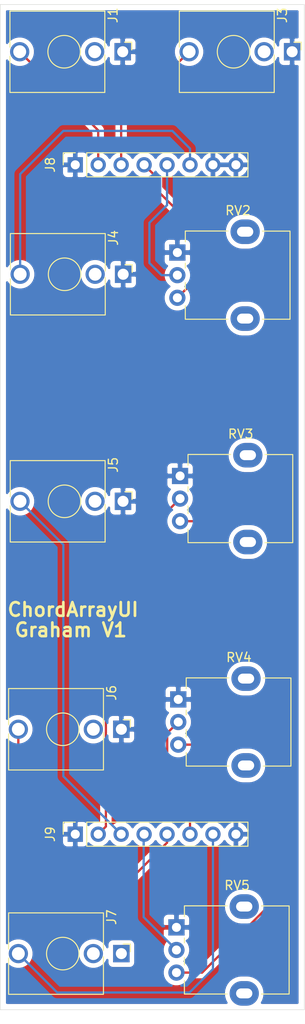
<source format=kicad_pcb>
(kicad_pcb (version 20171130) (host pcbnew 5.1.6-1.fc31)

  (general
    (thickness 1.6)
    (drawings 6)
    (tracks 52)
    (zones 0)
    (modules 12)
    (nets 14)
  )

  (page A4)
  (layers
    (0 F.Cu signal)
    (31 B.Cu signal)
    (32 B.Adhes user)
    (33 F.Adhes user)
    (34 B.Paste user)
    (35 F.Paste user)
    (36 B.SilkS user)
    (37 F.SilkS user)
    (38 B.Mask user)
    (39 F.Mask user)
    (40 Dwgs.User user)
    (41 Cmts.User user)
    (42 Eco1.User user)
    (43 Eco2.User user)
    (44 Edge.Cuts user)
    (45 Margin user)
    (46 B.CrtYd user)
    (47 F.CrtYd user)
    (48 B.Fab user)
    (49 F.Fab user)
  )

  (setup
    (last_trace_width 0.25)
    (trace_clearance 0.2)
    (zone_clearance 0.508)
    (zone_45_only no)
    (trace_min 0.2)
    (via_size 0.8)
    (via_drill 0.4)
    (via_min_size 0.4)
    (via_min_drill 0.3)
    (uvia_size 0.3)
    (uvia_drill 0.1)
    (uvias_allowed no)
    (uvia_min_size 0.2)
    (uvia_min_drill 0.1)
    (edge_width 0.05)
    (segment_width 0.2)
    (pcb_text_width 0.3)
    (pcb_text_size 1.5 1.5)
    (mod_edge_width 0.12)
    (mod_text_size 1 1)
    (mod_text_width 0.15)
    (pad_size 1.524 1.524)
    (pad_drill 0.762)
    (pad_to_mask_clearance 0.05)
    (aux_axis_origin 0 0)
    (visible_elements FFFFFF7F)
    (pcbplotparams
      (layerselection 0x010f0_ffffffff)
      (usegerberextensions false)
      (usegerberattributes false)
      (usegerberadvancedattributes true)
      (creategerberjobfile false)
      (excludeedgelayer true)
      (linewidth 0.100000)
      (plotframeref false)
      (viasonmask false)
      (mode 1)
      (useauxorigin false)
      (hpglpennumber 1)
      (hpglpenspeed 20)
      (hpglpendiameter 15.000000)
      (psnegative false)
      (psa4output false)
      (plotreference true)
      (plotvalue true)
      (plotinvisibletext false)
      (padsonsilk false)
      (subtractmaskfromsilk false)
      (outputformat 1)
      (mirror false)
      (drillshape 0)
      (scaleselection 1)
      (outputdirectory "gerbers/ctrl/"))
  )

  (net 0 "")
  (net 1 GND)
  (net 2 1V)
  (net 3 CVIN)
  (net 4 BUFFOUT)
  (net 5 OFFS1)
  (net 6 OFFS2)
  (net 7 OFFS3)
  (net 8 OFFS4)
  (net 9 OFFP1)
  (net 10 OFFP4)
  (net 11 OFFP3)
  (net 12 OFFP2)
  (net 13 "Net-(J7-PadS)")

  (net_class Default "This is the default net class."
    (clearance 0.2)
    (trace_width 0.25)
    (via_dia 0.8)
    (via_drill 0.4)
    (uvia_dia 0.3)
    (uvia_drill 0.1)
    (add_net 1V)
    (add_net BUFFOUT)
    (add_net CVIN)
    (add_net GND)
    (add_net "Net-(J7-PadS)")
    (add_net OFFP1)
    (add_net OFFP2)
    (add_net OFFP3)
    (add_net OFFP4)
    (add_net OFFS1)
    (add_net OFFS2)
    (add_net OFFS3)
    (add_net OFFS4)
  )

  (module Connector_PinSocket_2.54mm:PinSocket_1x08_P2.54mm_Vertical (layer F.Cu) (tedit 5A19A420) (tstamp 5EEBCCD2)
    (at 108 109.5 90)
    (descr "Through hole straight socket strip, 1x08, 2.54mm pitch, single row (from Kicad 4.0.7), script generated")
    (tags "Through hole socket strip THT 1x08 2.54mm single row")
    (path /5F490729)
    (fp_text reference J9 (at 0 -2.77 90) (layer F.SilkS)
      (effects (font (size 1 1) (thickness 0.15)))
    )
    (fp_text value Conn_01x08_Male (at 0 20.55 90) (layer F.Fab)
      (effects (font (size 1 1) (thickness 0.15)))
    )
    (fp_line (start -1.27 -1.27) (end 0.635 -1.27) (layer F.Fab) (width 0.1))
    (fp_line (start 0.635 -1.27) (end 1.27 -0.635) (layer F.Fab) (width 0.1))
    (fp_line (start 1.27 -0.635) (end 1.27 19.05) (layer F.Fab) (width 0.1))
    (fp_line (start 1.27 19.05) (end -1.27 19.05) (layer F.Fab) (width 0.1))
    (fp_line (start -1.27 19.05) (end -1.27 -1.27) (layer F.Fab) (width 0.1))
    (fp_line (start -1.33 1.27) (end 1.33 1.27) (layer F.SilkS) (width 0.12))
    (fp_line (start -1.33 1.27) (end -1.33 19.11) (layer F.SilkS) (width 0.12))
    (fp_line (start -1.33 19.11) (end 1.33 19.11) (layer F.SilkS) (width 0.12))
    (fp_line (start 1.33 1.27) (end 1.33 19.11) (layer F.SilkS) (width 0.12))
    (fp_line (start 1.33 -1.33) (end 1.33 0) (layer F.SilkS) (width 0.12))
    (fp_line (start 0 -1.33) (end 1.33 -1.33) (layer F.SilkS) (width 0.12))
    (fp_line (start -1.8 -1.8) (end 1.75 -1.8) (layer F.CrtYd) (width 0.05))
    (fp_line (start 1.75 -1.8) (end 1.75 19.55) (layer F.CrtYd) (width 0.05))
    (fp_line (start 1.75 19.55) (end -1.8 19.55) (layer F.CrtYd) (width 0.05))
    (fp_line (start -1.8 19.55) (end -1.8 -1.8) (layer F.CrtYd) (width 0.05))
    (fp_text user %R (at 0 8.89) (layer F.Fab)
      (effects (font (size 1 1) (thickness 0.15)))
    )
    (pad 8 thru_hole oval (at 0 17.78 90) (size 1.7 1.7) (drill 1) (layers *.Cu *.Mask)
      (net 1 GND))
    (pad 7 thru_hole oval (at 0 15.24 90) (size 1.7 1.7) (drill 1) (layers *.Cu *.Mask)
      (net 8 OFFS4))
    (pad 6 thru_hole oval (at 0 12.7 90) (size 1.7 1.7) (drill 1) (layers *.Cu *.Mask)
      (net 10 OFFP4))
    (pad 5 thru_hole oval (at 0 10.16 90) (size 1.7 1.7) (drill 1) (layers *.Cu *.Mask)
      (net 7 OFFS3))
    (pad 4 thru_hole oval (at 0 7.62 90) (size 1.7 1.7) (drill 1) (layers *.Cu *.Mask)
      (net 11 OFFP3))
    (pad 3 thru_hole oval (at 0 5.08 90) (size 1.7 1.7) (drill 1) (layers *.Cu *.Mask)
      (net 6 OFFS2))
    (pad 2 thru_hole oval (at 0 2.54 90) (size 1.7 1.7) (drill 1) (layers *.Cu *.Mask)
      (net 12 OFFP2))
    (pad 1 thru_hole rect (at 0 0 90) (size 1.7 1.7) (drill 1) (layers *.Cu *.Mask)
      (net 1 GND))
    (model ${KISYS3DMOD}/Connector_PinSocket_2.54mm.3dshapes/PinSocket_1x08_P2.54mm_Vertical.wrl
      (at (xyz 0 0 0))
      (scale (xyz 1 1 1))
      (rotate (xyz 0 0 0))
    )
  )

  (module Connector_PinSocket_2.54mm:PinSocket_1x08_P2.54mm_Vertical (layer F.Cu) (tedit 5A19A420) (tstamp 5EEBCCB6)
    (at 108 35.5 90)
    (descr "Through hole straight socket strip, 1x08, 2.54mm pitch, single row (from Kicad 4.0.7), script generated")
    (tags "Through hole socket strip THT 1x08 2.54mm single row")
    (path /5F48E6F7)
    (fp_text reference J8 (at 0 -2.77 90) (layer F.SilkS)
      (effects (font (size 1 1) (thickness 0.15)))
    )
    (fp_text value Conn_01x08_Male (at 0 20.55 90) (layer F.Fab)
      (effects (font (size 1 1) (thickness 0.15)))
    )
    (fp_line (start -1.27 -1.27) (end 0.635 -1.27) (layer F.Fab) (width 0.1))
    (fp_line (start 0.635 -1.27) (end 1.27 -0.635) (layer F.Fab) (width 0.1))
    (fp_line (start 1.27 -0.635) (end 1.27 19.05) (layer F.Fab) (width 0.1))
    (fp_line (start 1.27 19.05) (end -1.27 19.05) (layer F.Fab) (width 0.1))
    (fp_line (start -1.27 19.05) (end -1.27 -1.27) (layer F.Fab) (width 0.1))
    (fp_line (start -1.33 1.27) (end 1.33 1.27) (layer F.SilkS) (width 0.12))
    (fp_line (start -1.33 1.27) (end -1.33 19.11) (layer F.SilkS) (width 0.12))
    (fp_line (start -1.33 19.11) (end 1.33 19.11) (layer F.SilkS) (width 0.12))
    (fp_line (start 1.33 1.27) (end 1.33 19.11) (layer F.SilkS) (width 0.12))
    (fp_line (start 1.33 -1.33) (end 1.33 0) (layer F.SilkS) (width 0.12))
    (fp_line (start 0 -1.33) (end 1.33 -1.33) (layer F.SilkS) (width 0.12))
    (fp_line (start -1.8 -1.8) (end 1.75 -1.8) (layer F.CrtYd) (width 0.05))
    (fp_line (start 1.75 -1.8) (end 1.75 19.55) (layer F.CrtYd) (width 0.05))
    (fp_line (start 1.75 19.55) (end -1.8 19.55) (layer F.CrtYd) (width 0.05))
    (fp_line (start -1.8 19.55) (end -1.8 -1.8) (layer F.CrtYd) (width 0.05))
    (fp_text user %R (at 0 8.89) (layer F.Fab)
      (effects (font (size 1 1) (thickness 0.15)))
    )
    (pad 8 thru_hole oval (at 0 17.78 90) (size 1.7 1.7) (drill 1) (layers *.Cu *.Mask)
      (net 1 GND))
    (pad 7 thru_hole oval (at 0 15.24 90) (size 1.7 1.7) (drill 1) (layers *.Cu *.Mask)
      (net 1 GND))
    (pad 6 thru_hole oval (at 0 12.7 90) (size 1.7 1.7) (drill 1) (layers *.Cu *.Mask)
      (net 5 OFFS1))
    (pad 5 thru_hole oval (at 0 10.16 90) (size 1.7 1.7) (drill 1) (layers *.Cu *.Mask)
      (net 9 OFFP1))
    (pad 4 thru_hole oval (at 0 7.62 90) (size 1.7 1.7) (drill 1) (layers *.Cu *.Mask)
      (net 2 1V))
    (pad 3 thru_hole oval (at 0 5.08 90) (size 1.7 1.7) (drill 1) (layers *.Cu *.Mask)
      (net 4 BUFFOUT))
    (pad 2 thru_hole oval (at 0 2.54 90) (size 1.7 1.7) (drill 1) (layers *.Cu *.Mask)
      (net 3 CVIN))
    (pad 1 thru_hole rect (at 0 0 90) (size 1.7 1.7) (drill 1) (layers *.Cu *.Mask)
      (net 1 GND))
    (model ${KISYS3DMOD}/Connector_PinSocket_2.54mm.3dshapes/PinSocket_1x08_P2.54mm_Vertical.wrl
      (at (xyz 0 0 0))
      (scale (xyz 1 1 1))
      (rotate (xyz 0 0 0))
    )
  )

  (module Connector_Audio:Jack_3.5mm_QingPu_WQP-PJ398SM_Vertical_CircularHoles (layer F.Cu) (tedit 5C2B6BB2) (tstamp 5EEC94C4)
    (at 113.25 23 270)
    (descr "TRS 3.5mm, vertical, Thonkiconn, PCB mount, (http://www.qingpu-electronics.com/en/products/WQP-PJ398SM-362.html)")
    (tags "WQP-PJ398SM WQP-PJ301M-12 TRS 3.5mm mono vertical jack thonkiconn qingpu")
    (path /5F137B6A)
    (fp_text reference J1 (at -4.03 1.08 270) (layer F.SilkS)
      (effects (font (size 1 1) (thickness 0.15)))
    )
    (fp_text value CV_IN (at 0 5 270) (layer F.Fab)
      (effects (font (size 1 1) (thickness 0.15)))
    )
    (fp_line (start -5 12.98) (end -5 -1.42) (layer F.CrtYd) (width 0.05))
    (fp_line (start -4.5 12.48) (end -4.5 2.08) (layer F.Fab) (width 0.1))
    (fp_line (start -4.5 1.98) (end -4.5 12.48) (layer F.SilkS) (width 0.12))
    (fp_line (start 4.5 1.98) (end 4.5 12.48) (layer F.SilkS) (width 0.12))
    (fp_circle (center 0 6.48) (end 1.5 6.48) (layer Dwgs.User) (width 0.12))
    (fp_line (start 0.09 7.96) (end 1.48 6.57) (layer Dwgs.User) (width 0.12))
    (fp_line (start -0.58 7.83) (end 1.36 5.89) (layer Dwgs.User) (width 0.12))
    (fp_line (start -1.07 7.49) (end 1.01 5.41) (layer Dwgs.User) (width 0.12))
    (fp_line (start -1.42 6.875) (end 0.4 5.06) (layer Dwgs.User) (width 0.12))
    (fp_line (start -1.41 6.02) (end -0.46 5.07) (layer Dwgs.User) (width 0.12))
    (fp_line (start 4.5 12.48) (end 0.5 12.48) (layer F.SilkS) (width 0.12))
    (fp_line (start -0.5 12.48) (end -4.5 12.48) (layer F.SilkS) (width 0.12))
    (fp_line (start 4.5 1.98) (end 0.35 1.98) (layer F.SilkS) (width 0.12))
    (fp_line (start -0.35 1.98) (end -4.5 1.98) (layer F.SilkS) (width 0.12))
    (fp_circle (center 0 6.48) (end 1.8 6.48) (layer F.SilkS) (width 0.12))
    (fp_line (start -1.06 -1) (end -1.06 -0.2) (layer F.SilkS) (width 0.12))
    (fp_line (start -1.06 -1) (end -0.2 -1) (layer F.SilkS) (width 0.12))
    (fp_line (start 4.5 12.48) (end 4.5 2.08) (layer F.Fab) (width 0.1))
    (fp_line (start 4.5 12.48) (end -4.5 12.48) (layer F.Fab) (width 0.1))
    (fp_line (start 5 12.98) (end 5 -1.42) (layer F.CrtYd) (width 0.05))
    (fp_line (start 5 12.98) (end -5 12.98) (layer F.CrtYd) (width 0.05))
    (fp_line (start 5 -1.42) (end -5 -1.42) (layer F.CrtYd) (width 0.05))
    (fp_line (start 4.5 2.03) (end -4.5 2.03) (layer F.Fab) (width 0.1))
    (fp_circle (center 0 6.48) (end 1.8 6.48) (layer F.Fab) (width 0.1))
    (fp_line (start 0 0) (end 0 2.03) (layer F.Fab) (width 0.1))
    (fp_text user %R (at 0 8 270) (layer F.Fab)
      (effects (font (size 1 1) (thickness 0.15)))
    )
    (fp_text user KEEPOUT (at 0 6.48 90) (layer Cmts.User)
      (effects (font (size 0.4 0.4) (thickness 0.051)))
    )
    (pad T thru_hole circle (at 0 11.4 90) (size 2.13 2.13) (drill 1.43) (layers *.Cu *.Mask)
      (net 3 CVIN))
    (pad S thru_hole rect (at 0 0 90) (size 1.93 1.83) (drill 1.22) (layers *.Cu *.Mask)
      (net 1 GND))
    (pad TN thru_hole circle (at 0 3.1 90) (size 2.13 2.13) (drill 1.42) (layers *.Cu *.Mask))
    (model ${KISYS3DMOD}/Connector_Audio.3dshapes/Jack_3.5mm_QingPu_WQP-PJ398SM_Vertical.wrl
      (at (xyz 0 0 0))
      (scale (xyz 1 1 1))
      (rotate (xyz 0 0 0))
    )
  )

  (module Connector_Audio:Jack_3.5mm_QingPu_WQP-PJ398SM_Vertical_CircularHoles (layer F.Cu) (tedit 5C2B6BB2) (tstamp 5EEA8510)
    (at 132 23 270)
    (descr "TRS 3.5mm, vertical, Thonkiconn, PCB mount, (http://www.qingpu-electronics.com/en/products/WQP-PJ398SM-362.html)")
    (tags "WQP-PJ398SM WQP-PJ301M-12 TRS 3.5mm mono vertical jack thonkiconn qingpu")
    (path /5F144492)
    (fp_text reference J3 (at -4.03 1.08 270) (layer F.SilkS)
      (effects (font (size 1 1) (thickness 0.15)))
    )
    (fp_text value BUFFERED_OUT (at 0 5 270) (layer F.Fab)
      (effects (font (size 1 1) (thickness 0.15)))
    )
    (fp_line (start 0 0) (end 0 2.03) (layer F.Fab) (width 0.1))
    (fp_circle (center 0 6.48) (end 1.8 6.48) (layer F.Fab) (width 0.1))
    (fp_line (start 4.5 2.03) (end -4.5 2.03) (layer F.Fab) (width 0.1))
    (fp_line (start 5 -1.42) (end -5 -1.42) (layer F.CrtYd) (width 0.05))
    (fp_line (start 5 12.98) (end -5 12.98) (layer F.CrtYd) (width 0.05))
    (fp_line (start 5 12.98) (end 5 -1.42) (layer F.CrtYd) (width 0.05))
    (fp_line (start 4.5 12.48) (end -4.5 12.48) (layer F.Fab) (width 0.1))
    (fp_line (start 4.5 12.48) (end 4.5 2.08) (layer F.Fab) (width 0.1))
    (fp_line (start -1.06 -1) (end -0.2 -1) (layer F.SilkS) (width 0.12))
    (fp_line (start -1.06 -1) (end -1.06 -0.2) (layer F.SilkS) (width 0.12))
    (fp_circle (center 0 6.48) (end 1.8 6.48) (layer F.SilkS) (width 0.12))
    (fp_line (start -0.35 1.98) (end -4.5 1.98) (layer F.SilkS) (width 0.12))
    (fp_line (start 4.5 1.98) (end 0.35 1.98) (layer F.SilkS) (width 0.12))
    (fp_line (start -0.5 12.48) (end -4.5 12.48) (layer F.SilkS) (width 0.12))
    (fp_line (start 4.5 12.48) (end 0.5 12.48) (layer F.SilkS) (width 0.12))
    (fp_line (start -1.41 6.02) (end -0.46 5.07) (layer Dwgs.User) (width 0.12))
    (fp_line (start -1.42 6.875) (end 0.4 5.06) (layer Dwgs.User) (width 0.12))
    (fp_line (start -1.07 7.49) (end 1.01 5.41) (layer Dwgs.User) (width 0.12))
    (fp_line (start -0.58 7.83) (end 1.36 5.89) (layer Dwgs.User) (width 0.12))
    (fp_line (start 0.09 7.96) (end 1.48 6.57) (layer Dwgs.User) (width 0.12))
    (fp_circle (center 0 6.48) (end 1.5 6.48) (layer Dwgs.User) (width 0.12))
    (fp_line (start 4.5 1.98) (end 4.5 12.48) (layer F.SilkS) (width 0.12))
    (fp_line (start -4.5 1.98) (end -4.5 12.48) (layer F.SilkS) (width 0.12))
    (fp_line (start -4.5 12.48) (end -4.5 2.08) (layer F.Fab) (width 0.1))
    (fp_line (start -5 12.98) (end -5 -1.42) (layer F.CrtYd) (width 0.05))
    (fp_text user KEEPOUT (at 0 6.48 90) (layer Cmts.User)
      (effects (font (size 0.4 0.4) (thickness 0.051)))
    )
    (fp_text user %R (at 0 8 270) (layer F.Fab)
      (effects (font (size 1 1) (thickness 0.15)))
    )
    (pad TN thru_hole circle (at 0 3.1 90) (size 2.13 2.13) (drill 1.42) (layers *.Cu *.Mask))
    (pad S thru_hole rect (at 0 0 90) (size 1.93 1.83) (drill 1.22) (layers *.Cu *.Mask)
      (net 1 GND))
    (pad T thru_hole circle (at 0 11.4 90) (size 2.13 2.13) (drill 1.43) (layers *.Cu *.Mask)
      (net 4 BUFFOUT))
    (model ${KISYS3DMOD}/Connector_Audio.3dshapes/Jack_3.5mm_QingPu_WQP-PJ398SM_Vertical.wrl
      (at (xyz 0 0 0))
      (scale (xyz 1 1 1))
      (rotate (xyz 0 0 0))
    )
  )

  (module Connector_Audio:Jack_3.5mm_QingPu_WQP-PJ398SM_Vertical_CircularHoles (layer F.Cu) (tedit 5C2B6BB2) (tstamp 5EEC9724)
    (at 113.3 47.6 270)
    (descr "TRS 3.5mm, vertical, Thonkiconn, PCB mount, (http://www.qingpu-electronics.com/en/products/WQP-PJ398SM-362.html)")
    (tags "WQP-PJ398SM WQP-PJ301M-12 TRS 3.5mm mono vertical jack thonkiconn qingpu")
    (path /5F1C2B79)
    (fp_text reference J4 (at -4.03 1.08 270) (layer F.SilkS)
      (effects (font (size 1 1) (thickness 0.15)))
    )
    (fp_text value OFFSET1 (at 0 5 270) (layer F.Fab)
      (effects (font (size 1 1) (thickness 0.15)))
    )
    (fp_line (start -5 12.98) (end -5 -1.42) (layer F.CrtYd) (width 0.05))
    (fp_line (start -4.5 12.48) (end -4.5 2.08) (layer F.Fab) (width 0.1))
    (fp_line (start -4.5 1.98) (end -4.5 12.48) (layer F.SilkS) (width 0.12))
    (fp_line (start 4.5 1.98) (end 4.5 12.48) (layer F.SilkS) (width 0.12))
    (fp_circle (center 0 6.48) (end 1.5 6.48) (layer Dwgs.User) (width 0.12))
    (fp_line (start 0.09 7.96) (end 1.48 6.57) (layer Dwgs.User) (width 0.12))
    (fp_line (start -0.58 7.83) (end 1.36 5.89) (layer Dwgs.User) (width 0.12))
    (fp_line (start -1.07 7.49) (end 1.01 5.41) (layer Dwgs.User) (width 0.12))
    (fp_line (start -1.42 6.875) (end 0.4 5.06) (layer Dwgs.User) (width 0.12))
    (fp_line (start -1.41 6.02) (end -0.46 5.07) (layer Dwgs.User) (width 0.12))
    (fp_line (start 4.5 12.48) (end 0.5 12.48) (layer F.SilkS) (width 0.12))
    (fp_line (start -0.5 12.48) (end -4.5 12.48) (layer F.SilkS) (width 0.12))
    (fp_line (start 4.5 1.98) (end 0.35 1.98) (layer F.SilkS) (width 0.12))
    (fp_line (start -0.35 1.98) (end -4.5 1.98) (layer F.SilkS) (width 0.12))
    (fp_circle (center 0 6.48) (end 1.8 6.48) (layer F.SilkS) (width 0.12))
    (fp_line (start -1.06 -1) (end -1.06 -0.2) (layer F.SilkS) (width 0.12))
    (fp_line (start -1.06 -1) (end -0.2 -1) (layer F.SilkS) (width 0.12))
    (fp_line (start 4.5 12.48) (end 4.5 2.08) (layer F.Fab) (width 0.1))
    (fp_line (start 4.5 12.48) (end -4.5 12.48) (layer F.Fab) (width 0.1))
    (fp_line (start 5 12.98) (end 5 -1.42) (layer F.CrtYd) (width 0.05))
    (fp_line (start 5 12.98) (end -5 12.98) (layer F.CrtYd) (width 0.05))
    (fp_line (start 5 -1.42) (end -5 -1.42) (layer F.CrtYd) (width 0.05))
    (fp_line (start 4.5 2.03) (end -4.5 2.03) (layer F.Fab) (width 0.1))
    (fp_circle (center 0 6.48) (end 1.8 6.48) (layer F.Fab) (width 0.1))
    (fp_line (start 0 0) (end 0 2.03) (layer F.Fab) (width 0.1))
    (fp_text user %R (at 0 8 270) (layer F.Fab)
      (effects (font (size 1 1) (thickness 0.15)))
    )
    (fp_text user KEEPOUT (at 0 6.48 90) (layer Cmts.User)
      (effects (font (size 0.4 0.4) (thickness 0.051)))
    )
    (pad T thru_hole circle (at 0 11.4 90) (size 2.13 2.13) (drill 1.43) (layers *.Cu *.Mask)
      (net 5 OFFS1))
    (pad S thru_hole rect (at 0 0 90) (size 1.93 1.83) (drill 1.22) (layers *.Cu *.Mask)
      (net 1 GND))
    (pad TN thru_hole circle (at 0 3.1 90) (size 2.13 2.13) (drill 1.42) (layers *.Cu *.Mask))
    (model ${KISYS3DMOD}/Connector_Audio.3dshapes/Jack_3.5mm_QingPu_WQP-PJ398SM_Vertical.wrl
      (at (xyz 0 0 0))
      (scale (xyz 1 1 1))
      (rotate (xyz 0 0 0))
    )
  )

  (module Connector_Audio:Jack_3.5mm_QingPu_WQP-PJ398SM_Vertical_CircularHoles (layer F.Cu) (tedit 5C2B6BB2) (tstamp 5EEC9D42)
    (at 113.284 72.7 270)
    (descr "TRS 3.5mm, vertical, Thonkiconn, PCB mount, (http://www.qingpu-electronics.com/en/products/WQP-PJ398SM-362.html)")
    (tags "WQP-PJ398SM WQP-PJ301M-12 TRS 3.5mm mono vertical jack thonkiconn qingpu")
    (path /5F1C3C4D)
    (fp_text reference J5 (at -4.03 1.08 270) (layer F.SilkS)
      (effects (font (size 1 1) (thickness 0.15)))
    )
    (fp_text value OFFSET2 (at 0 5 270) (layer F.Fab)
      (effects (font (size 1 1) (thickness 0.15)))
    )
    (fp_line (start -5 12.98) (end -5 -1.42) (layer F.CrtYd) (width 0.05))
    (fp_line (start -4.5 12.48) (end -4.5 2.08) (layer F.Fab) (width 0.1))
    (fp_line (start -4.5 1.98) (end -4.5 12.48) (layer F.SilkS) (width 0.12))
    (fp_line (start 4.5 1.98) (end 4.5 12.48) (layer F.SilkS) (width 0.12))
    (fp_circle (center 0 6.48) (end 1.5 6.48) (layer Dwgs.User) (width 0.12))
    (fp_line (start 0.09 7.96) (end 1.48 6.57) (layer Dwgs.User) (width 0.12))
    (fp_line (start -0.58 7.83) (end 1.36 5.89) (layer Dwgs.User) (width 0.12))
    (fp_line (start -1.07 7.49) (end 1.01 5.41) (layer Dwgs.User) (width 0.12))
    (fp_line (start -1.42 6.875) (end 0.4 5.06) (layer Dwgs.User) (width 0.12))
    (fp_line (start -1.41 6.02) (end -0.46 5.07) (layer Dwgs.User) (width 0.12))
    (fp_line (start 4.5 12.48) (end 0.5 12.48) (layer F.SilkS) (width 0.12))
    (fp_line (start -0.5 12.48) (end -4.5 12.48) (layer F.SilkS) (width 0.12))
    (fp_line (start 4.5 1.98) (end 0.35 1.98) (layer F.SilkS) (width 0.12))
    (fp_line (start -0.35 1.98) (end -4.5 1.98) (layer F.SilkS) (width 0.12))
    (fp_circle (center 0 6.48) (end 1.8 6.48) (layer F.SilkS) (width 0.12))
    (fp_line (start -1.06 -1) (end -1.06 -0.2) (layer F.SilkS) (width 0.12))
    (fp_line (start -1.06 -1) (end -0.2 -1) (layer F.SilkS) (width 0.12))
    (fp_line (start 4.5 12.48) (end 4.5 2.08) (layer F.Fab) (width 0.1))
    (fp_line (start 4.5 12.48) (end -4.5 12.48) (layer F.Fab) (width 0.1))
    (fp_line (start 5 12.98) (end 5 -1.42) (layer F.CrtYd) (width 0.05))
    (fp_line (start 5 12.98) (end -5 12.98) (layer F.CrtYd) (width 0.05))
    (fp_line (start 5 -1.42) (end -5 -1.42) (layer F.CrtYd) (width 0.05))
    (fp_line (start 4.5 2.03) (end -4.5 2.03) (layer F.Fab) (width 0.1))
    (fp_circle (center 0 6.48) (end 1.8 6.48) (layer F.Fab) (width 0.1))
    (fp_line (start 0 0) (end 0 2.03) (layer F.Fab) (width 0.1))
    (fp_text user %R (at 0 8 270) (layer F.Fab)
      (effects (font (size 1 1) (thickness 0.15)))
    )
    (fp_text user KEEPOUT (at 0 6.48 90) (layer Cmts.User)
      (effects (font (size 0.4 0.4) (thickness 0.051)))
    )
    (pad T thru_hole circle (at 0 11.4 90) (size 2.13 2.13) (drill 1.43) (layers *.Cu *.Mask)
      (net 6 OFFS2))
    (pad S thru_hole rect (at 0 0 90) (size 1.93 1.83) (drill 1.22) (layers *.Cu *.Mask)
      (net 1 GND))
    (pad TN thru_hole circle (at 0 3.1 90) (size 2.13 2.13) (drill 1.42) (layers *.Cu *.Mask))
    (model ${KISYS3DMOD}/Connector_Audio.3dshapes/Jack_3.5mm_QingPu_WQP-PJ398SM_Vertical.wrl
      (at (xyz 0 0 0))
      (scale (xyz 1 1 1))
      (rotate (xyz 0 0 0))
    )
  )

  (module Connector_Audio:Jack_3.5mm_QingPu_WQP-PJ398SM_Vertical_CircularHoles (layer F.Cu) (tedit 5C2B6BB2) (tstamp 5EEA90DE)
    (at 113.1 97.9 270)
    (descr "TRS 3.5mm, vertical, Thonkiconn, PCB mount, (http://www.qingpu-electronics.com/en/products/WQP-PJ398SM-362.html)")
    (tags "WQP-PJ398SM WQP-PJ301M-12 TRS 3.5mm mono vertical jack thonkiconn qingpu")
    (path /5F1C33CE)
    (fp_text reference J6 (at -4.03 1.08 270) (layer F.SilkS)
      (effects (font (size 1 1) (thickness 0.15)))
    )
    (fp_text value OFFSET3 (at 0 5 270) (layer F.Fab)
      (effects (font (size 1 1) (thickness 0.15)))
    )
    (fp_line (start 0 0) (end 0 2.03) (layer F.Fab) (width 0.1))
    (fp_circle (center 0 6.48) (end 1.8 6.48) (layer F.Fab) (width 0.1))
    (fp_line (start 4.5 2.03) (end -4.5 2.03) (layer F.Fab) (width 0.1))
    (fp_line (start 5 -1.42) (end -5 -1.42) (layer F.CrtYd) (width 0.05))
    (fp_line (start 5 12.98) (end -5 12.98) (layer F.CrtYd) (width 0.05))
    (fp_line (start 5 12.98) (end 5 -1.42) (layer F.CrtYd) (width 0.05))
    (fp_line (start 4.5 12.48) (end -4.5 12.48) (layer F.Fab) (width 0.1))
    (fp_line (start 4.5 12.48) (end 4.5 2.08) (layer F.Fab) (width 0.1))
    (fp_line (start -1.06 -1) (end -0.2 -1) (layer F.SilkS) (width 0.12))
    (fp_line (start -1.06 -1) (end -1.06 -0.2) (layer F.SilkS) (width 0.12))
    (fp_circle (center 0 6.48) (end 1.8 6.48) (layer F.SilkS) (width 0.12))
    (fp_line (start -0.35 1.98) (end -4.5 1.98) (layer F.SilkS) (width 0.12))
    (fp_line (start 4.5 1.98) (end 0.35 1.98) (layer F.SilkS) (width 0.12))
    (fp_line (start -0.5 12.48) (end -4.5 12.48) (layer F.SilkS) (width 0.12))
    (fp_line (start 4.5 12.48) (end 0.5 12.48) (layer F.SilkS) (width 0.12))
    (fp_line (start -1.41 6.02) (end -0.46 5.07) (layer Dwgs.User) (width 0.12))
    (fp_line (start -1.42 6.875) (end 0.4 5.06) (layer Dwgs.User) (width 0.12))
    (fp_line (start -1.07 7.49) (end 1.01 5.41) (layer Dwgs.User) (width 0.12))
    (fp_line (start -0.58 7.83) (end 1.36 5.89) (layer Dwgs.User) (width 0.12))
    (fp_line (start 0.09 7.96) (end 1.48 6.57) (layer Dwgs.User) (width 0.12))
    (fp_circle (center 0 6.48) (end 1.5 6.48) (layer Dwgs.User) (width 0.12))
    (fp_line (start 4.5 1.98) (end 4.5 12.48) (layer F.SilkS) (width 0.12))
    (fp_line (start -4.5 1.98) (end -4.5 12.48) (layer F.SilkS) (width 0.12))
    (fp_line (start -4.5 12.48) (end -4.5 2.08) (layer F.Fab) (width 0.1))
    (fp_line (start -5 12.98) (end -5 -1.42) (layer F.CrtYd) (width 0.05))
    (fp_text user KEEPOUT (at 0 6.48 90) (layer Cmts.User)
      (effects (font (size 0.4 0.4) (thickness 0.051)))
    )
    (fp_text user %R (at 0 8 270) (layer F.Fab)
      (effects (font (size 1 1) (thickness 0.15)))
    )
    (pad TN thru_hole circle (at 0 3.1 90) (size 2.13 2.13) (drill 1.42) (layers *.Cu *.Mask))
    (pad S thru_hole rect (at 0 0 90) (size 1.93 1.83) (drill 1.22) (layers *.Cu *.Mask)
      (net 1 GND))
    (pad T thru_hole circle (at 0 11.4 90) (size 2.13 2.13) (drill 1.43) (layers *.Cu *.Mask)
      (net 7 OFFS3))
    (model ${KISYS3DMOD}/Connector_Audio.3dshapes/Jack_3.5mm_QingPu_WQP-PJ398SM_Vertical.wrl
      (at (xyz 0 0 0))
      (scale (xyz 1 1 1))
      (rotate (xyz 0 0 0))
    )
  )

  (module Connector_Audio:Jack_3.5mm_QingPu_WQP-PJ398SM_Vertical_CircularHoles (layer F.Cu) (tedit 5C2B6BB2) (tstamp 5EEA91C7)
    (at 113.1 122.7 270)
    (descr "TRS 3.5mm, vertical, Thonkiconn, PCB mount, (http://www.qingpu-electronics.com/en/products/WQP-PJ398SM-362.html)")
    (tags "WQP-PJ398SM WQP-PJ301M-12 TRS 3.5mm mono vertical jack thonkiconn qingpu")
    (path /5F275C56)
    (fp_text reference J7 (at -4.03 1.08 270) (layer F.SilkS)
      (effects (font (size 1 1) (thickness 0.15)))
    )
    (fp_text value OFFSET4 (at 0 5 270) (layer F.Fab)
      (effects (font (size 1 1) (thickness 0.15)))
    )
    (fp_line (start 0 0) (end 0 2.03) (layer F.Fab) (width 0.1))
    (fp_circle (center 0 6.48) (end 1.8 6.48) (layer F.Fab) (width 0.1))
    (fp_line (start 4.5 2.03) (end -4.5 2.03) (layer F.Fab) (width 0.1))
    (fp_line (start 5 -1.42) (end -5 -1.42) (layer F.CrtYd) (width 0.05))
    (fp_line (start 5 12.98) (end -5 12.98) (layer F.CrtYd) (width 0.05))
    (fp_line (start 5 12.98) (end 5 -1.42) (layer F.CrtYd) (width 0.05))
    (fp_line (start 4.5 12.48) (end -4.5 12.48) (layer F.Fab) (width 0.1))
    (fp_line (start 4.5 12.48) (end 4.5 2.08) (layer F.Fab) (width 0.1))
    (fp_line (start -1.06 -1) (end -0.2 -1) (layer F.SilkS) (width 0.12))
    (fp_line (start -1.06 -1) (end -1.06 -0.2) (layer F.SilkS) (width 0.12))
    (fp_circle (center 0 6.48) (end 1.8 6.48) (layer F.SilkS) (width 0.12))
    (fp_line (start -0.35 1.98) (end -4.5 1.98) (layer F.SilkS) (width 0.12))
    (fp_line (start 4.5 1.98) (end 0.35 1.98) (layer F.SilkS) (width 0.12))
    (fp_line (start -0.5 12.48) (end -4.5 12.48) (layer F.SilkS) (width 0.12))
    (fp_line (start 4.5 12.48) (end 0.5 12.48) (layer F.SilkS) (width 0.12))
    (fp_line (start -1.41 6.02) (end -0.46 5.07) (layer Dwgs.User) (width 0.12))
    (fp_line (start -1.42 6.875) (end 0.4 5.06) (layer Dwgs.User) (width 0.12))
    (fp_line (start -1.07 7.49) (end 1.01 5.41) (layer Dwgs.User) (width 0.12))
    (fp_line (start -0.58 7.83) (end 1.36 5.89) (layer Dwgs.User) (width 0.12))
    (fp_line (start 0.09 7.96) (end 1.48 6.57) (layer Dwgs.User) (width 0.12))
    (fp_circle (center 0 6.48) (end 1.5 6.48) (layer Dwgs.User) (width 0.12))
    (fp_line (start 4.5 1.98) (end 4.5 12.48) (layer F.SilkS) (width 0.12))
    (fp_line (start -4.5 1.98) (end -4.5 12.48) (layer F.SilkS) (width 0.12))
    (fp_line (start -4.5 12.48) (end -4.5 2.08) (layer F.Fab) (width 0.1))
    (fp_line (start -5 12.98) (end -5 -1.42) (layer F.CrtYd) (width 0.05))
    (fp_text user KEEPOUT (at 0 6.48 90) (layer Cmts.User)
      (effects (font (size 0.4 0.4) (thickness 0.051)))
    )
    (fp_text user %R (at 0 8 270) (layer F.Fab)
      (effects (font (size 1 1) (thickness 0.15)))
    )
    (pad TN thru_hole circle (at 0 3.1 90) (size 2.13 2.13) (drill 1.42) (layers *.Cu *.Mask))
    (pad S thru_hole rect (at 0 0 90) (size 1.93 1.83) (drill 1.22) (layers *.Cu *.Mask)
      (net 13 "Net-(J7-PadS)"))
    (pad T thru_hole circle (at 0 11.4 90) (size 2.13 2.13) (drill 1.43) (layers *.Cu *.Mask)
      (net 8 OFFS4))
    (model ${KISYS3DMOD}/Connector_Audio.3dshapes/Jack_3.5mm_QingPu_WQP-PJ398SM_Vertical.wrl
      (at (xyz 0 0 0))
      (scale (xyz 1 1 1))
      (rotate (xyz 0 0 0))
    )
  )

  (module Potentiometer_THT:Potentiometer_Alpha_RD901F-40-00D_Single_Vertical (layer F.Cu) (tedit 5C6C6C14) (tstamp 5EEA945F)
    (at 119.3 45.2)
    (descr "Potentiometer, vertical, 9mm, single, http://www.taiwanalpha.com.tw/downloads?target=products&id=113")
    (tags "potentiometer vertical 9mm single")
    (path /5F1C037A)
    (fp_text reference RV2 (at 6.71 -4.64 180) (layer F.SilkS)
      (effects (font (size 1 1) (thickness 0.15)))
    )
    (fp_text value 100K (at 0 9.86 180) (layer F.Fab)
      (effects (font (size 1 1) (thickness 0.15)))
    )
    (fp_line (start 0.88 4.16) (end 0.88 3.33) (layer F.SilkS) (width 0.12))
    (fp_line (start 0.88 1.71) (end 0.88 1.18) (layer F.SilkS) (width 0.12))
    (fp_line (start 0.88 -1.19) (end 0.88 -2.37) (layer F.SilkS) (width 0.12))
    (fp_line (start 0.88 7.37) (end 5.6 7.37) (layer F.SilkS) (width 0.12))
    (fp_line (start 9.41 -2.37) (end 12.47 -2.37) (layer F.SilkS) (width 0.12))
    (fp_line (start 1 7.25) (end 12.35 7.25) (layer F.Fab) (width 0.1))
    (fp_line (start 1 -2.25) (end 12.35 -2.25) (layer F.Fab) (width 0.1))
    (fp_line (start 12.35 7.25) (end 12.35 -2.25) (layer F.Fab) (width 0.1))
    (fp_line (start 1 7.25) (end 1 -2.25) (layer F.Fab) (width 0.1))
    (fp_circle (center 7.5 2.5) (end 7.5 -1) (layer F.Fab) (width 0.1))
    (fp_line (start 0.88 -2.38) (end 5.6 -2.38) (layer F.SilkS) (width 0.12))
    (fp_line (start 9.41 7.37) (end 12.47 7.37) (layer F.SilkS) (width 0.12))
    (fp_line (start 0.88 7.37) (end 0.88 5.88) (layer F.SilkS) (width 0.12))
    (fp_line (start 12.47 7.37) (end 12.47 -2.37) (layer F.SilkS) (width 0.12))
    (fp_line (start 12.6 8.91) (end 12.6 -3.91) (layer F.CrtYd) (width 0.05))
    (fp_line (start 12.6 -3.91) (end -1.15 -3.91) (layer F.CrtYd) (width 0.05))
    (fp_line (start -1.15 -3.91) (end -1.15 8.91) (layer F.CrtYd) (width 0.05))
    (fp_line (start -1.15 8.91) (end 12.6 8.91) (layer F.CrtYd) (width 0.05))
    (fp_text user %R (at 7.62 2.54) (layer F.Fab)
      (effects (font (size 1 1) (thickness 0.15)))
    )
    (pad 1 thru_hole rect (at 0 0 90) (size 1.8 1.8) (drill 1) (layers *.Cu *.Mask)
      (net 1 GND))
    (pad 2 thru_hole circle (at 0 2.5 90) (size 1.8 1.8) (drill 1) (layers *.Cu *.Mask)
      (net 9 OFFP1))
    (pad 3 thru_hole circle (at 0 5 90) (size 1.8 1.8) (drill 1) (layers *.Cu *.Mask)
      (net 2 1V))
    (pad "" thru_hole oval (at 7.5 7.3 90) (size 2.72 3.24) (drill oval 1.1 1.8) (layers *.Cu *.Mask))
    (pad "" thru_hole oval (at 7.5 -2.3 90) (size 2.72 3.24) (drill oval 1.1 1.8) (layers *.Cu *.Mask))
    (model ${KISYS3DMOD}/Potentiometer_THT.3dshapes/Potentiometer_Alpha_RD901F-40-00D_Single_Vertical.wrl
      (at (xyz 0 0 0))
      (scale (xyz 1 1 1))
      (rotate (xyz 0 0 0))
    )
  )

  (module Potentiometer_THT:Potentiometer_Alpha_RD901F-40-00D_Single_Vertical (layer F.Cu) (tedit 5C6C6C14) (tstamp 5EEA940E)
    (at 119.6 69.9)
    (descr "Potentiometer, vertical, 9mm, single, http://www.taiwanalpha.com.tw/downloads?target=products&id=113")
    (tags "potentiometer vertical 9mm single")
    (path /5F1C13EA)
    (fp_text reference RV3 (at 6.71 -4.64 180) (layer F.SilkS)
      (effects (font (size 1 1) (thickness 0.15)))
    )
    (fp_text value 100K (at 0 9.86 180) (layer F.Fab)
      (effects (font (size 1 1) (thickness 0.15)))
    )
    (fp_line (start 0.88 4.16) (end 0.88 3.33) (layer F.SilkS) (width 0.12))
    (fp_line (start 0.88 1.71) (end 0.88 1.18) (layer F.SilkS) (width 0.12))
    (fp_line (start 0.88 -1.19) (end 0.88 -2.37) (layer F.SilkS) (width 0.12))
    (fp_line (start 0.88 7.37) (end 5.6 7.37) (layer F.SilkS) (width 0.12))
    (fp_line (start 9.41 -2.37) (end 12.47 -2.37) (layer F.SilkS) (width 0.12))
    (fp_line (start 1 7.25) (end 12.35 7.25) (layer F.Fab) (width 0.1))
    (fp_line (start 1 -2.25) (end 12.35 -2.25) (layer F.Fab) (width 0.1))
    (fp_line (start 12.35 7.25) (end 12.35 -2.25) (layer F.Fab) (width 0.1))
    (fp_line (start 1 7.25) (end 1 -2.25) (layer F.Fab) (width 0.1))
    (fp_circle (center 7.5 2.5) (end 7.5 -1) (layer F.Fab) (width 0.1))
    (fp_line (start 0.88 -2.38) (end 5.6 -2.38) (layer F.SilkS) (width 0.12))
    (fp_line (start 9.41 7.37) (end 12.47 7.37) (layer F.SilkS) (width 0.12))
    (fp_line (start 0.88 7.37) (end 0.88 5.88) (layer F.SilkS) (width 0.12))
    (fp_line (start 12.47 7.37) (end 12.47 -2.37) (layer F.SilkS) (width 0.12))
    (fp_line (start 12.6 8.91) (end 12.6 -3.91) (layer F.CrtYd) (width 0.05))
    (fp_line (start 12.6 -3.91) (end -1.15 -3.91) (layer F.CrtYd) (width 0.05))
    (fp_line (start -1.15 -3.91) (end -1.15 8.91) (layer F.CrtYd) (width 0.05))
    (fp_line (start -1.15 8.91) (end 12.6 8.91) (layer F.CrtYd) (width 0.05))
    (fp_text user %R (at 7.62 2.54) (layer F.Fab)
      (effects (font (size 1 1) (thickness 0.15)))
    )
    (pad 1 thru_hole rect (at 0 0 90) (size 1.8 1.8) (drill 1) (layers *.Cu *.Mask)
      (net 1 GND))
    (pad 2 thru_hole circle (at 0 2.5 90) (size 1.8 1.8) (drill 1) (layers *.Cu *.Mask)
      (net 12 OFFP2))
    (pad 3 thru_hole circle (at 0 5 90) (size 1.8 1.8) (drill 1) (layers *.Cu *.Mask)
      (net 2 1V))
    (pad "" thru_hole oval (at 7.5 7.3 90) (size 2.72 3.24) (drill oval 1.1 1.8) (layers *.Cu *.Mask))
    (pad "" thru_hole oval (at 7.5 -2.3 90) (size 2.72 3.24) (drill oval 1.1 1.8) (layers *.Cu *.Mask))
    (model ${KISYS3DMOD}/Potentiometer_THT.3dshapes/Potentiometer_Alpha_RD901F-40-00D_Single_Vertical.wrl
      (at (xyz 0 0 0))
      (scale (xyz 1 1 1))
      (rotate (xyz 0 0 0))
    )
  )

  (module Potentiometer_THT:Potentiometer_Alpha_RD901F-40-00D_Single_Vertical (layer F.Cu) (tedit 5C6C6C14) (tstamp 5EEA93BD)
    (at 119.4 94.6)
    (descr "Potentiometer, vertical, 9mm, single, http://www.taiwanalpha.com.tw/downloads?target=products&id=113")
    (tags "potentiometer vertical 9mm single")
    (path /5F397950)
    (fp_text reference RV4 (at 6.71 -4.64 180) (layer F.SilkS)
      (effects (font (size 1 1) (thickness 0.15)))
    )
    (fp_text value 100K (at 0 9.86 180) (layer F.Fab)
      (effects (font (size 1 1) (thickness 0.15)))
    )
    (fp_line (start -1.15 8.91) (end 12.6 8.91) (layer F.CrtYd) (width 0.05))
    (fp_line (start -1.15 -3.91) (end -1.15 8.91) (layer F.CrtYd) (width 0.05))
    (fp_line (start 12.6 -3.91) (end -1.15 -3.91) (layer F.CrtYd) (width 0.05))
    (fp_line (start 12.6 8.91) (end 12.6 -3.91) (layer F.CrtYd) (width 0.05))
    (fp_line (start 12.47 7.37) (end 12.47 -2.37) (layer F.SilkS) (width 0.12))
    (fp_line (start 0.88 7.37) (end 0.88 5.88) (layer F.SilkS) (width 0.12))
    (fp_line (start 9.41 7.37) (end 12.47 7.37) (layer F.SilkS) (width 0.12))
    (fp_line (start 0.88 -2.38) (end 5.6 -2.38) (layer F.SilkS) (width 0.12))
    (fp_circle (center 7.5 2.5) (end 7.5 -1) (layer F.Fab) (width 0.1))
    (fp_line (start 1 7.25) (end 1 -2.25) (layer F.Fab) (width 0.1))
    (fp_line (start 12.35 7.25) (end 12.35 -2.25) (layer F.Fab) (width 0.1))
    (fp_line (start 1 -2.25) (end 12.35 -2.25) (layer F.Fab) (width 0.1))
    (fp_line (start 1 7.25) (end 12.35 7.25) (layer F.Fab) (width 0.1))
    (fp_line (start 9.41 -2.37) (end 12.47 -2.37) (layer F.SilkS) (width 0.12))
    (fp_line (start 0.88 7.37) (end 5.6 7.37) (layer F.SilkS) (width 0.12))
    (fp_line (start 0.88 -1.19) (end 0.88 -2.37) (layer F.SilkS) (width 0.12))
    (fp_line (start 0.88 1.71) (end 0.88 1.18) (layer F.SilkS) (width 0.12))
    (fp_line (start 0.88 4.16) (end 0.88 3.33) (layer F.SilkS) (width 0.12))
    (fp_text user %R (at 7.62 2.54) (layer F.Fab)
      (effects (font (size 1 1) (thickness 0.15)))
    )
    (pad "" thru_hole oval (at 7.5 -2.3 90) (size 2.72 3.24) (drill oval 1.1 1.8) (layers *.Cu *.Mask))
    (pad "" thru_hole oval (at 7.5 7.3 90) (size 2.72 3.24) (drill oval 1.1 1.8) (layers *.Cu *.Mask))
    (pad 3 thru_hole circle (at 0 5 90) (size 1.8 1.8) (drill 1) (layers *.Cu *.Mask)
      (net 2 1V))
    (pad 2 thru_hole circle (at 0 2.5 90) (size 1.8 1.8) (drill 1) (layers *.Cu *.Mask)
      (net 10 OFFP4))
    (pad 1 thru_hole rect (at 0 0 90) (size 1.8 1.8) (drill 1) (layers *.Cu *.Mask)
      (net 1 GND))
    (model ${KISYS3DMOD}/Potentiometer_THT.3dshapes/Potentiometer_Alpha_RD901F-40-00D_Single_Vertical.wrl
      (at (xyz 0 0 0))
      (scale (xyz 1 1 1))
      (rotate (xyz 0 0 0))
    )
  )

  (module Potentiometer_THT:Potentiometer_Alpha_RD901F-40-00D_Single_Vertical (layer F.Cu) (tedit 5C6C6C14) (tstamp 5EEA94B0)
    (at 119.2 119.8)
    (descr "Potentiometer, vertical, 9mm, single, http://www.taiwanalpha.com.tw/downloads?target=products&id=113")
    (tags "potentiometer vertical 9mm single")
    (path /5F1C0D0F)
    (fp_text reference RV5 (at 6.71 -4.64 180) (layer F.SilkS)
      (effects (font (size 1 1) (thickness 0.15)))
    )
    (fp_text value 100K (at 0 9.86 180) (layer F.Fab)
      (effects (font (size 1 1) (thickness 0.15)))
    )
    (fp_line (start -1.15 8.91) (end 12.6 8.91) (layer F.CrtYd) (width 0.05))
    (fp_line (start -1.15 -3.91) (end -1.15 8.91) (layer F.CrtYd) (width 0.05))
    (fp_line (start 12.6 -3.91) (end -1.15 -3.91) (layer F.CrtYd) (width 0.05))
    (fp_line (start 12.6 8.91) (end 12.6 -3.91) (layer F.CrtYd) (width 0.05))
    (fp_line (start 12.47 7.37) (end 12.47 -2.37) (layer F.SilkS) (width 0.12))
    (fp_line (start 0.88 7.37) (end 0.88 5.88) (layer F.SilkS) (width 0.12))
    (fp_line (start 9.41 7.37) (end 12.47 7.37) (layer F.SilkS) (width 0.12))
    (fp_line (start 0.88 -2.38) (end 5.6 -2.38) (layer F.SilkS) (width 0.12))
    (fp_circle (center 7.5 2.5) (end 7.5 -1) (layer F.Fab) (width 0.1))
    (fp_line (start 1 7.25) (end 1 -2.25) (layer F.Fab) (width 0.1))
    (fp_line (start 12.35 7.25) (end 12.35 -2.25) (layer F.Fab) (width 0.1))
    (fp_line (start 1 -2.25) (end 12.35 -2.25) (layer F.Fab) (width 0.1))
    (fp_line (start 1 7.25) (end 12.35 7.25) (layer F.Fab) (width 0.1))
    (fp_line (start 9.41 -2.37) (end 12.47 -2.37) (layer F.SilkS) (width 0.12))
    (fp_line (start 0.88 7.37) (end 5.6 7.37) (layer F.SilkS) (width 0.12))
    (fp_line (start 0.88 -1.19) (end 0.88 -2.37) (layer F.SilkS) (width 0.12))
    (fp_line (start 0.88 1.71) (end 0.88 1.18) (layer F.SilkS) (width 0.12))
    (fp_line (start 0.88 4.16) (end 0.88 3.33) (layer F.SilkS) (width 0.12))
    (fp_text user %R (at 7.62 2.54) (layer F.Fab)
      (effects (font (size 1 1) (thickness 0.15)))
    )
    (pad "" thru_hole oval (at 7.5 -2.3 90) (size 2.72 3.24) (drill oval 1.1 1.8) (layers *.Cu *.Mask))
    (pad "" thru_hole oval (at 7.5 7.3 90) (size 2.72 3.24) (drill oval 1.1 1.8) (layers *.Cu *.Mask))
    (pad 3 thru_hole circle (at 0 5 90) (size 1.8 1.8) (drill 1) (layers *.Cu *.Mask)
      (net 2 1V))
    (pad 2 thru_hole circle (at 0 2.5 90) (size 1.8 1.8) (drill 1) (layers *.Cu *.Mask)
      (net 11 OFFP3))
    (pad 1 thru_hole rect (at 0 0 90) (size 1.8 1.8) (drill 1) (layers *.Cu *.Mask)
      (net 1 GND))
    (model ${KISYS3DMOD}/Potentiometer_THT.3dshapes/Potentiometer_Alpha_RD901F-40-00D_Single_Vertical.wrl
      (at (xyz 0 0 0))
      (scale (xyz 1 1 1))
      (rotate (xyz 0 0 0))
    )
  )

  (gr_line (start 99.695 17.78) (end 99.695 128.905) (layer Edge.Cuts) (width 0.05) (tstamp 5EEC9CFE))
  (gr_line (start 133.35 17.78) (end 99.695 17.78) (layer Edge.Cuts) (width 0.05))
  (gr_line (start 133.35 128.905) (end 133.35 17.78) (layer Edge.Cuts) (width 0.05))
  (gr_line (start 99.695 128.905) (end 133.35 128.905) (layer Edge.Cuts) (width 0.05))
  (gr_text "Graham V1" (at 107.5 86.92) (layer F.SilkS)
    (effects (font (size 1.5 1.5) (thickness 0.3)))
  )
  (gr_text ChordArrayUI (at 107.75 84.67) (layer F.SilkS)
    (effects (font (size 1.5 1.5) (thickness 0.3)))
  )

  (segment (start 116.984999 36.864999) (end 116.984999 38.244999) (width 0.25) (layer F.Cu) (net 2))
  (segment (start 115.62 35.5) (end 116.984999 36.864999) (width 0.25) (layer F.Cu) (net 2))
  (segment (start 122.042963 124.8) (end 119.2 124.8) (width 0.25) (layer F.Cu) (net 2))
  (segment (start 130.175 116.667963) (end 122.042963 124.8) (width 0.25) (layer F.Cu) (net 2))
  (segment (start 125.19 99.6) (end 130.175 94.615) (width 0.25) (layer F.Cu) (net 2))
  (segment (start 119.4 99.6) (end 125.19 99.6) (width 0.25) (layer F.Cu) (net 2))
  (segment (start 130.175 94.615) (end 130.175 116.667963) (width 0.25) (layer F.Cu) (net 2))
  (segment (start 119.6 74.9) (end 125.125 74.9) (width 0.25) (layer F.Cu) (net 2))
  (segment (start 125.125 74.9) (end 130.175 69.85) (width 0.25) (layer F.Cu) (net 2))
  (segment (start 130.175 69.85) (end 130.175 65.405) (width 0.25) (layer F.Cu) (net 2))
  (segment (start 130.175 51.435) (end 130.175 65.405) (width 0.25) (layer F.Cu) (net 2))
  (segment (start 130.175 65.405) (end 130.175 94.615) (width 0.25) (layer F.Cu) (net 2))
  (segment (start 123.78 45.72) (end 124.46 45.72) (width 0.25) (layer F.Cu) (net 2))
  (segment (start 119.3 50.2) (end 123.78 45.72) (width 0.25) (layer F.Cu) (net 2))
  (segment (start 116.984999 38.244999) (end 124.46 45.72) (width 0.25) (layer F.Cu) (net 2))
  (segment (start 124.46 45.72) (end 130.175 51.435) (width 0.25) (layer F.Cu) (net 2))
  (segment (start 110.54 31.69) (end 101.85 23) (width 0.25) (layer F.Cu) (net 3))
  (segment (start 110.54 35.5) (end 110.54 31.69) (width 0.25) (layer F.Cu) (net 3))
  (segment (start 113.08 30.52) (end 120.6 23) (width 0.25) (layer F.Cu) (net 4))
  (segment (start 113.08 35.5) (end 113.08 30.52) (width 0.25) (layer F.Cu) (net 4))
  (segment (start 120.7 35.5) (end 120.7 33.705) (width 0.25) (layer B.Cu) (net 5))
  (segment (start 120.7 33.705) (end 118.745 31.75) (width 0.25) (layer B.Cu) (net 5))
  (segment (start 118.745 31.75) (end 106.68 31.75) (width 0.25) (layer B.Cu) (net 5))
  (segment (start 101.9 36.53) (end 101.9 47.6) (width 0.25) (layer B.Cu) (net 5))
  (segment (start 106.68 31.75) (end 101.9 36.53) (width 0.25) (layer B.Cu) (net 5))
  (segment (start 113.08 109.5) (end 106.68 103.1) (width 0.25) (layer B.Cu) (net 6))
  (segment (start 106.68 77.496) (end 101.884 72.7) (width 0.25) (layer B.Cu) (net 6))
  (segment (start 106.68 103.1) (end 106.68 77.496) (width 0.25) (layer B.Cu) (net 6))
  (segment (start 101.7 97.9) (end 101.7 109.955) (width 0.25) (layer F.Cu) (net 7))
  (segment (start 101.7 109.955) (end 106.045 114.3) (width 0.25) (layer F.Cu) (net 7))
  (segment (start 106.045 114.3) (end 114.3 114.3) (width 0.25) (layer F.Cu) (net 7))
  (segment (start 118.16 110.44) (end 118.16 109.5) (width 0.25) (layer F.Cu) (net 7))
  (segment (start 114.3 114.3) (end 118.16 110.44) (width 0.25) (layer F.Cu) (net 7))
  (segment (start 101.7 122.7) (end 106 127) (width 0.25) (layer B.Cu) (net 8))
  (segment (start 106 127) (end 120.65 127) (width 0.25) (layer B.Cu) (net 8))
  (segment (start 123.24 124.41) (end 123.24 109.5) (width 0.25) (layer B.Cu) (net 8))
  (segment (start 120.65 127) (end 123.24 124.41) (width 0.25) (layer B.Cu) (net 8))
  (segment (start 118.16 35.5) (end 118.16 39.955) (width 0.25) (layer B.Cu) (net 9))
  (segment (start 118.16 39.955) (end 116.205 41.91) (width 0.25) (layer B.Cu) (net 9))
  (segment (start 116.205 41.91) (end 116.205 46.355) (width 0.25) (layer B.Cu) (net 9))
  (segment (start 117.55 47.7) (end 119.3 47.7) (width 0.25) (layer B.Cu) (net 9))
  (segment (start 116.205 46.355) (end 117.55 47.7) (width 0.25) (layer B.Cu) (net 9))
  (segment (start 120.7 109.5) (end 120.7 108) (width 0.25) (layer F.Cu) (net 10))
  (segment (start 118.174999 98.325001) (end 119.4 97.1) (width 0.25) (layer F.Cu) (net 10))
  (segment (start 118.174999 105.474999) (end 118.174999 98.325001) (width 0.25) (layer F.Cu) (net 10))
  (segment (start 120.7 108) (end 118.174999 105.474999) (width 0.25) (layer F.Cu) (net 10))
  (segment (start 119.2 122.3) (end 115.57 118.67) (width 0.25) (layer B.Cu) (net 11))
  (segment (start 115.57 109.55) (end 115.62 109.5) (width 0.25) (layer B.Cu) (net 11))
  (segment (start 115.57 118.67) (end 115.57 109.55) (width 0.25) (layer B.Cu) (net 11))
  (segment (start 111.390001 108.649999) (end 110.54 109.5) (width 0.25) (layer F.Cu) (net 12))
  (segment (start 111.390001 80.609999) (end 111.390001 108.649999) (width 0.25) (layer F.Cu) (net 12))
  (segment (start 119.6 72.4) (end 111.390001 80.609999) (width 0.25) (layer F.Cu) (net 12))

  (zone (net 1) (net_name GND) (layer F.Cu) (tstamp 0) (hatch edge 0.508)
    (connect_pads (clearance 0.508))
    (min_thickness 0.254)
    (fill yes (arc_segments 32) (thermal_gap 0.508) (thermal_bridge_width 0.508))
    (polygon
      (pts
        (xy 132.715 128.27) (xy 100.33 128.27) (xy 100.33 18.415) (xy 132.715 18.415)
      )
    )
    (filled_polygon
      (pts
        (xy 132.588 21.398524) (xy 132.28575 21.4) (xy 132.127 21.55875) (xy 132.127 22.873) (xy 132.147 22.873)
        (xy 132.147 23.127) (xy 132.127 23.127) (xy 132.127 24.44125) (xy 132.28575 24.6) (xy 132.588 24.601476)
        (xy 132.588 128.143) (xy 128.66461 128.143) (xy 128.812057 127.867147) (xy 128.926133 127.491088) (xy 128.964652 127.1)
        (xy 128.926133 126.708912) (xy 128.812057 126.332853) (xy 128.626807 125.986275) (xy 128.377503 125.682497) (xy 128.073725 125.433193)
        (xy 127.727147 125.247943) (xy 127.351088 125.133867) (xy 127.057998 125.105) (xy 126.342002 125.105) (xy 126.048912 125.133867)
        (xy 125.672853 125.247943) (xy 125.326275 125.433193) (xy 125.022497 125.682497) (xy 124.773193 125.986275) (xy 124.587943 126.332853)
        (xy 124.473867 126.708912) (xy 124.435348 127.1) (xy 124.473867 127.491088) (xy 124.587943 127.867147) (xy 124.73539 128.143)
        (xy 100.457 128.143) (xy 100.457 123.861164) (xy 100.616313 124.020477) (xy 100.894748 124.206521) (xy 101.204128 124.33467)
        (xy 101.532565 124.4) (xy 101.867435 124.4) (xy 102.195872 124.33467) (xy 102.505252 124.206521) (xy 102.783687 124.020477)
        (xy 103.020477 123.783687) (xy 103.206521 123.505252) (xy 103.33467 123.195872) (xy 103.4 122.867435) (xy 103.4 122.532565)
        (xy 108.3 122.532565) (xy 108.3 122.867435) (xy 108.36533 123.195872) (xy 108.493479 123.505252) (xy 108.679523 123.783687)
        (xy 108.916313 124.020477) (xy 109.194748 124.206521) (xy 109.504128 124.33467) (xy 109.832565 124.4) (xy 110.167435 124.4)
        (xy 110.495872 124.33467) (xy 110.805252 124.206521) (xy 111.083687 124.020477) (xy 111.320477 123.783687) (xy 111.506521 123.505252)
        (xy 111.546928 123.407701) (xy 111.546928 123.665) (xy 111.559188 123.789482) (xy 111.595498 123.90918) (xy 111.654463 124.019494)
        (xy 111.733815 124.116185) (xy 111.830506 124.195537) (xy 111.94082 124.254502) (xy 112.060518 124.290812) (xy 112.185 124.303072)
        (xy 114.015 124.303072) (xy 114.139482 124.290812) (xy 114.25918 124.254502) (xy 114.369494 124.195537) (xy 114.466185 124.116185)
        (xy 114.545537 124.019494) (xy 114.604502 123.90918) (xy 114.640812 123.789482) (xy 114.653072 123.665) (xy 114.653072 121.735)
        (xy 114.640812 121.610518) (xy 114.604502 121.49082) (xy 114.545537 121.380506) (xy 114.466185 121.283815) (xy 114.369494 121.204463)
        (xy 114.25918 121.145498) (xy 114.139482 121.109188) (xy 114.015 121.096928) (xy 112.185 121.096928) (xy 112.060518 121.109188)
        (xy 111.94082 121.145498) (xy 111.830506 121.204463) (xy 111.733815 121.283815) (xy 111.654463 121.380506) (xy 111.595498 121.49082)
        (xy 111.559188 121.610518) (xy 111.546928 121.735) (xy 111.546928 121.992299) (xy 111.506521 121.894748) (xy 111.320477 121.616313)
        (xy 111.083687 121.379523) (xy 110.805252 121.193479) (xy 110.495872 121.06533) (xy 110.167435 121) (xy 109.832565 121)
        (xy 109.504128 121.06533) (xy 109.194748 121.193479) (xy 108.916313 121.379523) (xy 108.679523 121.616313) (xy 108.493479 121.894748)
        (xy 108.36533 122.204128) (xy 108.3 122.532565) (xy 103.4 122.532565) (xy 103.33467 122.204128) (xy 103.206521 121.894748)
        (xy 103.020477 121.616313) (xy 102.783687 121.379523) (xy 102.505252 121.193479) (xy 102.195872 121.06533) (xy 101.867435 121)
        (xy 101.532565 121) (xy 101.204128 121.06533) (xy 100.894748 121.193479) (xy 100.616313 121.379523) (xy 100.457 121.538836)
        (xy 100.457 118.9) (xy 117.661928 118.9) (xy 117.665 119.51425) (xy 117.82375 119.673) (xy 119.073 119.673)
        (xy 119.073 118.42375) (xy 119.327 118.42375) (xy 119.327 119.673) (xy 120.57625 119.673) (xy 120.735 119.51425)
        (xy 120.738072 118.9) (xy 120.725812 118.775518) (xy 120.689502 118.65582) (xy 120.630537 118.545506) (xy 120.551185 118.448815)
        (xy 120.454494 118.369463) (xy 120.34418 118.310498) (xy 120.224482 118.274188) (xy 120.1 118.261928) (xy 119.48575 118.265)
        (xy 119.327 118.42375) (xy 119.073 118.42375) (xy 118.91425 118.265) (xy 118.3 118.261928) (xy 118.175518 118.274188)
        (xy 118.05582 118.310498) (xy 117.945506 118.369463) (xy 117.848815 118.448815) (xy 117.769463 118.545506) (xy 117.710498 118.65582)
        (xy 117.674188 118.775518) (xy 117.661928 118.9) (xy 100.457 118.9) (xy 100.457 99.061164) (xy 100.616313 99.220477)
        (xy 100.894748 99.406521) (xy 100.94 99.425265) (xy 100.940001 109.917668) (xy 100.936324 109.955) (xy 100.950998 110.103985)
        (xy 100.994454 110.247246) (xy 101.065026 110.379276) (xy 101.136201 110.466002) (xy 101.16 110.495001) (xy 101.188998 110.518799)
        (xy 105.481201 114.811003) (xy 105.504999 114.840001) (xy 105.533997 114.863799) (xy 105.620723 114.934974) (xy 105.752753 115.005546)
        (xy 105.896014 115.049003) (xy 106.007667 115.06) (xy 106.007677 115.06) (xy 106.045 115.063676) (xy 106.082323 115.06)
        (xy 114.262678 115.06) (xy 114.3 115.063676) (xy 114.337322 115.06) (xy 114.337333 115.06) (xy 114.448986 115.049003)
        (xy 114.592247 115.005546) (xy 114.724276 114.934974) (xy 114.840001 114.840001) (xy 114.863804 114.810997) (xy 118.671004 111.003798)
        (xy 118.700001 110.980001) (xy 118.794974 110.864276) (xy 118.808662 110.838668) (xy 118.863411 110.81599) (xy 119.106632 110.653475)
        (xy 119.313475 110.446632) (xy 119.43 110.27224) (xy 119.546525 110.446632) (xy 119.753368 110.653475) (xy 119.996589 110.81599)
        (xy 120.266842 110.927932) (xy 120.55374 110.985) (xy 120.84626 110.985) (xy 121.133158 110.927932) (xy 121.403411 110.81599)
        (xy 121.646632 110.653475) (xy 121.853475 110.446632) (xy 121.97 110.27224) (xy 122.086525 110.446632) (xy 122.293368 110.653475)
        (xy 122.536589 110.81599) (xy 122.806842 110.927932) (xy 123.09374 110.985) (xy 123.38626 110.985) (xy 123.673158 110.927932)
        (xy 123.943411 110.81599) (xy 124.186632 110.653475) (xy 124.393475 110.446632) (xy 124.515195 110.264466) (xy 124.584822 110.381355)
        (xy 124.779731 110.597588) (xy 125.01308 110.771641) (xy 125.275901 110.896825) (xy 125.42311 110.941476) (xy 125.653 110.820155)
        (xy 125.653 109.627) (xy 125.907 109.627) (xy 125.907 110.820155) (xy 126.13689 110.941476) (xy 126.284099 110.896825)
        (xy 126.54692 110.771641) (xy 126.780269 110.597588) (xy 126.975178 110.381355) (xy 127.124157 110.131252) (xy 127.221481 109.856891)
        (xy 127.100814 109.627) (xy 125.907 109.627) (xy 125.653 109.627) (xy 125.633 109.627) (xy 125.633 109.373)
        (xy 125.653 109.373) (xy 125.653 108.179845) (xy 125.907 108.179845) (xy 125.907 109.373) (xy 127.100814 109.373)
        (xy 127.221481 109.143109) (xy 127.124157 108.868748) (xy 126.975178 108.618645) (xy 126.780269 108.402412) (xy 126.54692 108.228359)
        (xy 126.284099 108.103175) (xy 126.13689 108.058524) (xy 125.907 108.179845) (xy 125.653 108.179845) (xy 125.42311 108.058524)
        (xy 125.275901 108.103175) (xy 125.01308 108.228359) (xy 124.779731 108.402412) (xy 124.584822 108.618645) (xy 124.515195 108.735534)
        (xy 124.393475 108.553368) (xy 124.186632 108.346525) (xy 123.943411 108.18401) (xy 123.673158 108.072068) (xy 123.38626 108.015)
        (xy 123.09374 108.015) (xy 122.806842 108.072068) (xy 122.536589 108.18401) (xy 122.293368 108.346525) (xy 122.086525 108.553368)
        (xy 121.97 108.72776) (xy 121.853475 108.553368) (xy 121.646632 108.346525) (xy 121.46 108.221822) (xy 121.46 108.037325)
        (xy 121.463676 108) (xy 121.46 107.962675) (xy 121.46 107.962667) (xy 121.449003 107.851014) (xy 121.405546 107.707753)
        (xy 121.334974 107.575724) (xy 121.240001 107.459999) (xy 121.211003 107.436201) (xy 118.934999 105.160198) (xy 118.934999 101.068862)
        (xy 118.952257 101.076011) (xy 119.248816 101.135) (xy 119.551184 101.135) (xy 119.847743 101.076011) (xy 120.127095 100.960299)
        (xy 120.378505 100.792312) (xy 120.592312 100.578505) (xy 120.738313 100.36) (xy 125.152678 100.36) (xy 125.19 100.363676)
        (xy 125.227322 100.36) (xy 125.227333 100.36) (xy 125.338986 100.349003) (xy 125.412234 100.326784) (xy 125.222497 100.482497)
        (xy 124.973193 100.786275) (xy 124.787943 101.132853) (xy 124.673867 101.508912) (xy 124.635348 101.9) (xy 124.673867 102.291088)
        (xy 124.787943 102.667147) (xy 124.973193 103.013725) (xy 125.222497 103.317503) (xy 125.526275 103.566807) (xy 125.872853 103.752057)
        (xy 126.248912 103.866133) (xy 126.542002 103.895) (xy 127.257998 103.895) (xy 127.551088 103.866133) (xy 127.927147 103.752057)
        (xy 128.273725 103.566807) (xy 128.577503 103.317503) (xy 128.826807 103.013725) (xy 129.012057 102.667147) (xy 129.126133 102.291088)
        (xy 129.164652 101.9) (xy 129.126133 101.508912) (xy 129.012057 101.132853) (xy 128.826807 100.786275) (xy 128.577503 100.482497)
        (xy 128.273725 100.233193) (xy 127.927147 100.047943) (xy 127.551088 99.933867) (xy 127.257998 99.905) (xy 126.542002 99.905)
        (xy 126.248912 99.933867) (xy 125.872853 100.047943) (xy 125.752957 100.112029) (xy 125.753804 100.110997) (xy 129.415 96.449802)
        (xy 129.415001 116.35316) (xy 128.864017 116.904144) (xy 128.812057 116.732853) (xy 128.626807 116.386275) (xy 128.377503 116.082497)
        (xy 128.073725 115.833193) (xy 127.727147 115.647943) (xy 127.351088 115.533867) (xy 127.057998 115.505) (xy 126.342002 115.505)
        (xy 126.048912 115.533867) (xy 125.672853 115.647943) (xy 125.326275 115.833193) (xy 125.022497 116.082497) (xy 124.773193 116.386275)
        (xy 124.587943 116.732853) (xy 124.473867 117.108912) (xy 124.435348 117.5) (xy 124.473867 117.891088) (xy 124.587943 118.267147)
        (xy 124.773193 118.613725) (xy 125.022497 118.917503) (xy 125.326275 119.166807) (xy 125.672853 119.352057) (xy 126.048912 119.466133)
        (xy 126.279334 119.488828) (xy 121.728162 124.04) (xy 120.538313 124.04) (xy 120.392312 123.821495) (xy 120.178505 123.607688)
        (xy 120.092169 123.55) (xy 120.178505 123.492312) (xy 120.392312 123.278505) (xy 120.560299 123.027095) (xy 120.676011 122.747743)
        (xy 120.735 122.451184) (xy 120.735 122.148816) (xy 120.676011 121.852257) (xy 120.560299 121.572905) (xy 120.392312 121.321495)
        (xy 120.354697 121.28388) (xy 120.454494 121.230537) (xy 120.551185 121.151185) (xy 120.630537 121.054494) (xy 120.689502 120.94418)
        (xy 120.725812 120.824482) (xy 120.738072 120.7) (xy 120.735 120.08575) (xy 120.57625 119.927) (xy 119.327 119.927)
        (xy 119.327 119.947) (xy 119.073 119.947) (xy 119.073 119.927) (xy 117.82375 119.927) (xy 117.665 120.08575)
        (xy 117.661928 120.7) (xy 117.674188 120.824482) (xy 117.710498 120.94418) (xy 117.769463 121.054494) (xy 117.848815 121.151185)
        (xy 117.945506 121.230537) (xy 118.045303 121.28388) (xy 118.007688 121.321495) (xy 117.839701 121.572905) (xy 117.723989 121.852257)
        (xy 117.665 122.148816) (xy 117.665 122.451184) (xy 117.723989 122.747743) (xy 117.839701 123.027095) (xy 118.007688 123.278505)
        (xy 118.221495 123.492312) (xy 118.307831 123.55) (xy 118.221495 123.607688) (xy 118.007688 123.821495) (xy 117.839701 124.072905)
        (xy 117.723989 124.352257) (xy 117.665 124.648816) (xy 117.665 124.951184) (xy 117.723989 125.247743) (xy 117.839701 125.527095)
        (xy 118.007688 125.778505) (xy 118.221495 125.992312) (xy 118.472905 126.160299) (xy 118.752257 126.276011) (xy 119.048816 126.335)
        (xy 119.351184 126.335) (xy 119.647743 126.276011) (xy 119.927095 126.160299) (xy 120.178505 125.992312) (xy 120.392312 125.778505)
        (xy 120.538313 125.56) (xy 122.005641 125.56) (xy 122.042963 125.563676) (xy 122.080285 125.56) (xy 122.080296 125.56)
        (xy 122.191949 125.549003) (xy 122.33521 125.505546) (xy 122.467239 125.434974) (xy 122.582964 125.340001) (xy 122.606767 125.310997)
        (xy 130.686003 117.231762) (xy 130.715001 117.207964) (xy 130.796291 117.108912) (xy 130.809974 117.09224) (xy 130.880546 116.96021)
        (xy 130.924003 116.816949) (xy 130.935 116.705296) (xy 130.935 116.705286) (xy 130.938676 116.667964) (xy 130.935 116.630641)
        (xy 130.935 94.652333) (xy 130.938677 94.615) (xy 130.935 94.577667) (xy 130.935 69.887324) (xy 130.938676 69.850001)
        (xy 130.935 69.812678) (xy 130.935 51.472333) (xy 130.938677 51.435) (xy 130.924003 51.286014) (xy 130.880546 51.142753)
        (xy 130.809974 51.010724) (xy 130.738799 50.923997) (xy 130.715001 50.894999) (xy 130.686004 50.871202) (xy 125.023804 45.209003)
        (xy 125.000001 45.179999) (xy 124.971003 45.156201) (xy 122.714802 42.9) (xy 124.535348 42.9) (xy 124.573867 43.291088)
        (xy 124.687943 43.667147) (xy 124.873193 44.013725) (xy 125.122497 44.317503) (xy 125.426275 44.566807) (xy 125.772853 44.752057)
        (xy 126.148912 44.866133) (xy 126.442002 44.895) (xy 127.157998 44.895) (xy 127.451088 44.866133) (xy 127.827147 44.752057)
        (xy 128.173725 44.566807) (xy 128.477503 44.317503) (xy 128.726807 44.013725) (xy 128.912057 43.667147) (xy 129.026133 43.291088)
        (xy 129.064652 42.9) (xy 129.026133 42.508912) (xy 128.912057 42.132853) (xy 128.726807 41.786275) (xy 128.477503 41.482497)
        (xy 128.173725 41.233193) (xy 127.827147 41.047943) (xy 127.451088 40.933867) (xy 127.157998 40.905) (xy 126.442002 40.905)
        (xy 126.148912 40.933867) (xy 125.772853 41.047943) (xy 125.426275 41.233193) (xy 125.122497 41.482497) (xy 124.873193 41.786275)
        (xy 124.687943 42.132853) (xy 124.573867 42.508912) (xy 124.535348 42.9) (xy 122.714802 42.9) (xy 117.744999 37.930198)
        (xy 117.744999 36.931544) (xy 118.01374 36.985) (xy 118.30626 36.985) (xy 118.593158 36.927932) (xy 118.863411 36.81599)
        (xy 119.106632 36.653475) (xy 119.313475 36.446632) (xy 119.43 36.27224) (xy 119.546525 36.446632) (xy 119.753368 36.653475)
        (xy 119.996589 36.81599) (xy 120.266842 36.927932) (xy 120.55374 36.985) (xy 120.84626 36.985) (xy 121.133158 36.927932)
        (xy 121.403411 36.81599) (xy 121.646632 36.653475) (xy 121.853475 36.446632) (xy 121.975195 36.264466) (xy 122.044822 36.381355)
        (xy 122.239731 36.597588) (xy 122.47308 36.771641) (xy 122.735901 36.896825) (xy 122.88311 36.941476) (xy 123.113 36.820155)
        (xy 123.113 35.627) (xy 123.367 35.627) (xy 123.367 36.820155) (xy 123.59689 36.941476) (xy 123.744099 36.896825)
        (xy 124.00692 36.771641) (xy 124.240269 36.597588) (xy 124.435178 36.381355) (xy 124.51 36.255745) (xy 124.584822 36.381355)
        (xy 124.779731 36.597588) (xy 125.01308 36.771641) (xy 125.275901 36.896825) (xy 125.42311 36.941476) (xy 125.653 36.820155)
        (xy 125.653 35.627) (xy 125.907 35.627) (xy 125.907 36.820155) (xy 126.13689 36.941476) (xy 126.284099 36.896825)
        (xy 126.54692 36.771641) (xy 126.780269 36.597588) (xy 126.975178 36.381355) (xy 127.124157 36.131252) (xy 127.221481 35.856891)
        (xy 127.100814 35.627) (xy 125.907 35.627) (xy 125.653 35.627) (xy 123.367 35.627) (xy 123.113 35.627)
        (xy 123.093 35.627) (xy 123.093 35.373) (xy 123.113 35.373) (xy 123.113 34.179845) (xy 123.367 34.179845)
        (xy 123.367 35.373) (xy 125.653 35.373) (xy 125.653 34.179845) (xy 125.907 34.179845) (xy 125.907 35.373)
        (xy 127.100814 35.373) (xy 127.221481 35.143109) (xy 127.124157 34.868748) (xy 126.975178 34.618645) (xy 126.780269 34.402412)
        (xy 126.54692 34.228359) (xy 126.284099 34.103175) (xy 126.13689 34.058524) (xy 125.907 34.179845) (xy 125.653 34.179845)
        (xy 125.42311 34.058524) (xy 125.275901 34.103175) (xy 125.01308 34.228359) (xy 124.779731 34.402412) (xy 124.584822 34.618645)
        (xy 124.51 34.744255) (xy 124.435178 34.618645) (xy 124.240269 34.402412) (xy 124.00692 34.228359) (xy 123.744099 34.103175)
        (xy 123.59689 34.058524) (xy 123.367 34.179845) (xy 123.113 34.179845) (xy 122.88311 34.058524) (xy 122.735901 34.103175)
        (xy 122.47308 34.228359) (xy 122.239731 34.402412) (xy 122.044822 34.618645) (xy 121.975195 34.735534) (xy 121.853475 34.553368)
        (xy 121.646632 34.346525) (xy 121.403411 34.18401) (xy 121.133158 34.072068) (xy 120.84626 34.015) (xy 120.55374 34.015)
        (xy 120.266842 34.072068) (xy 119.996589 34.18401) (xy 119.753368 34.346525) (xy 119.546525 34.553368) (xy 119.43 34.72776)
        (xy 119.313475 34.553368) (xy 119.106632 34.346525) (xy 118.863411 34.18401) (xy 118.593158 34.072068) (xy 118.30626 34.015)
        (xy 118.01374 34.015) (xy 117.726842 34.072068) (xy 117.456589 34.18401) (xy 117.213368 34.346525) (xy 117.006525 34.553368)
        (xy 116.89 34.72776) (xy 116.773475 34.553368) (xy 116.566632 34.346525) (xy 116.323411 34.18401) (xy 116.053158 34.072068)
        (xy 115.76626 34.015) (xy 115.47374 34.015) (xy 115.186842 34.072068) (xy 114.916589 34.18401) (xy 114.673368 34.346525)
        (xy 114.466525 34.553368) (xy 114.35 34.72776) (xy 114.233475 34.553368) (xy 114.026632 34.346525) (xy 113.84 34.221822)
        (xy 113.84 30.834801) (xy 120.058876 24.615926) (xy 120.104128 24.63467) (xy 120.432565 24.7) (xy 120.767435 24.7)
        (xy 121.095872 24.63467) (xy 121.405252 24.506521) (xy 121.683687 24.320477) (xy 121.920477 24.083687) (xy 122.106521 23.805252)
        (xy 122.23467 23.495872) (xy 122.3 23.167435) (xy 122.3 22.832565) (xy 127.2 22.832565) (xy 127.2 23.167435)
        (xy 127.26533 23.495872) (xy 127.393479 23.805252) (xy 127.579523 24.083687) (xy 127.816313 24.320477) (xy 128.094748 24.506521)
        (xy 128.404128 24.63467) (xy 128.732565 24.7) (xy 129.067435 24.7) (xy 129.395872 24.63467) (xy 129.705252 24.506521)
        (xy 129.983687 24.320477) (xy 130.220477 24.083687) (xy 130.406521 23.805252) (xy 130.448105 23.70486) (xy 130.446928 23.965)
        (xy 130.459188 24.089482) (xy 130.495498 24.20918) (xy 130.554463 24.319494) (xy 130.633815 24.416185) (xy 130.730506 24.495537)
        (xy 130.84082 24.554502) (xy 130.960518 24.590812) (xy 131.085 24.603072) (xy 131.71425 24.6) (xy 131.873 24.44125)
        (xy 131.873 23.127) (xy 131.853 23.127) (xy 131.853 22.873) (xy 131.873 22.873) (xy 131.873 21.55875)
        (xy 131.71425 21.4) (xy 131.085 21.396928) (xy 130.960518 21.409188) (xy 130.84082 21.445498) (xy 130.730506 21.504463)
        (xy 130.633815 21.583815) (xy 130.554463 21.680506) (xy 130.495498 21.79082) (xy 130.459188 21.910518) (xy 130.446928 22.035)
        (xy 130.448105 22.29514) (xy 130.406521 22.194748) (xy 130.220477 21.916313) (xy 129.983687 21.679523) (xy 129.705252 21.493479)
        (xy 129.395872 21.36533) (xy 129.067435 21.3) (xy 128.732565 21.3) (xy 128.404128 21.36533) (xy 128.094748 21.493479)
        (xy 127.816313 21.679523) (xy 127.579523 21.916313) (xy 127.393479 22.194748) (xy 127.26533 22.504128) (xy 127.2 22.832565)
        (xy 122.3 22.832565) (xy 122.23467 22.504128) (xy 122.106521 22.194748) (xy 121.920477 21.916313) (xy 121.683687 21.679523)
        (xy 121.405252 21.493479) (xy 121.095872 21.36533) (xy 120.767435 21.3) (xy 120.432565 21.3) (xy 120.104128 21.36533)
        (xy 119.794748 21.493479) (xy 119.516313 21.679523) (xy 119.279523 21.916313) (xy 119.093479 22.194748) (xy 118.96533 22.504128)
        (xy 118.9 22.832565) (xy 118.9 23.167435) (xy 118.96533 23.495872) (xy 118.984074 23.541124) (xy 112.568998 29.956201)
        (xy 112.54 29.979999) (xy 112.516202 30.008997) (xy 112.516201 30.008998) (xy 112.445026 30.095724) (xy 112.374454 30.227754)
        (xy 112.330998 30.371015) (xy 112.316324 30.52) (xy 112.320001 30.557332) (xy 112.32 34.221821) (xy 112.133368 34.346525)
        (xy 111.926525 34.553368) (xy 111.81 34.72776) (xy 111.693475 34.553368) (xy 111.486632 34.346525) (xy 111.3 34.221822)
        (xy 111.3 31.727323) (xy 111.303676 31.69) (xy 111.3 31.652677) (xy 111.3 31.652667) (xy 111.289003 31.541014)
        (xy 111.245546 31.397753) (xy 111.174974 31.265724) (xy 111.080001 31.149999) (xy 111.051003 31.126201) (xy 103.465926 23.541125)
        (xy 103.48467 23.495872) (xy 103.55 23.167435) (xy 103.55 22.832565) (xy 108.45 22.832565) (xy 108.45 23.167435)
        (xy 108.51533 23.495872) (xy 108.643479 23.805252) (xy 108.829523 24.083687) (xy 109.066313 24.320477) (xy 109.344748 24.506521)
        (xy 109.654128 24.63467) (xy 109.982565 24.7) (xy 110.317435 24.7) (xy 110.645872 24.63467) (xy 110.955252 24.506521)
        (xy 111.233687 24.320477) (xy 111.470477 24.083687) (xy 111.656521 23.805252) (xy 111.698105 23.70486) (xy 111.696928 23.965)
        (xy 111.709188 24.089482) (xy 111.745498 24.20918) (xy 111.804463 24.319494) (xy 111.883815 24.416185) (xy 111.980506 24.495537)
        (xy 112.09082 24.554502) (xy 112.210518 24.590812) (xy 112.335 24.603072) (xy 112.96425 24.6) (xy 113.123 24.44125)
        (xy 113.123 23.127) (xy 113.377 23.127) (xy 113.377 24.44125) (xy 113.53575 24.6) (xy 114.165 24.603072)
        (xy 114.289482 24.590812) (xy 114.40918 24.554502) (xy 114.519494 24.495537) (xy 114.616185 24.416185) (xy 114.695537 24.319494)
        (xy 114.754502 24.20918) (xy 114.790812 24.089482) (xy 114.803072 23.965) (xy 114.8 23.28575) (xy 114.64125 23.127)
        (xy 113.377 23.127) (xy 113.123 23.127) (xy 113.103 23.127) (xy 113.103 22.873) (xy 113.123 22.873)
        (xy 113.123 21.55875) (xy 113.377 21.55875) (xy 113.377 22.873) (xy 114.64125 22.873) (xy 114.8 22.71425)
        (xy 114.803072 22.035) (xy 114.790812 21.910518) (xy 114.754502 21.79082) (xy 114.695537 21.680506) (xy 114.616185 21.583815)
        (xy 114.519494 21.504463) (xy 114.40918 21.445498) (xy 114.289482 21.409188) (xy 114.165 21.396928) (xy 113.53575 21.4)
        (xy 113.377 21.55875) (xy 113.123 21.55875) (xy 112.96425 21.4) (xy 112.335 21.396928) (xy 112.210518 21.409188)
        (xy 112.09082 21.445498) (xy 111.980506 21.504463) (xy 111.883815 21.583815) (xy 111.804463 21.680506) (xy 111.745498 21.79082)
        (xy 111.709188 21.910518) (xy 111.696928 22.035) (xy 111.698105 22.29514) (xy 111.656521 22.194748) (xy 111.470477 21.916313)
        (xy 111.233687 21.679523) (xy 110.955252 21.493479) (xy 110.645872 21.36533) (xy 110.317435 21.3) (xy 109.982565 21.3)
        (xy 109.654128 21.36533) (xy 109.344748 21.493479) (xy 109.066313 21.679523) (xy 108.829523 21.916313) (xy 108.643479 22.194748)
        (xy 108.51533 22.504128) (xy 108.45 22.832565) (xy 103.55 22.832565) (xy 103.48467 22.504128) (xy 103.356521 22.194748)
        (xy 103.170477 21.916313) (xy 102.933687 21.679523) (xy 102.655252 21.493479) (xy 102.345872 21.36533) (xy 102.017435 21.3)
        (xy 101.682565 21.3) (xy 101.354128 21.36533) (xy 101.044748 21.493479) (xy 100.766313 21.679523) (xy 100.529523 21.916313)
        (xy 100.457 22.024852) (xy 100.457 18.542) (xy 132.588 18.542)
      )
    )
    (filled_polygon
      (pts
        (xy 100.529523 24.083687) (xy 100.766313 24.320477) (xy 101.044748 24.506521) (xy 101.354128 24.63467) (xy 101.682565 24.7)
        (xy 102.017435 24.7) (xy 102.345872 24.63467) (xy 102.391125 24.615926) (xy 109.780001 32.004803) (xy 109.78 34.221821)
        (xy 109.593368 34.346525) (xy 109.461513 34.47838) (xy 109.439502 34.40582) (xy 109.380537 34.295506) (xy 109.301185 34.198815)
        (xy 109.204494 34.119463) (xy 109.09418 34.060498) (xy 108.974482 34.024188) (xy 108.85 34.011928) (xy 108.28575 34.015)
        (xy 108.127 34.17375) (xy 108.127 35.373) (xy 108.147 35.373) (xy 108.147 35.627) (xy 108.127 35.627)
        (xy 108.127 36.82625) (xy 108.28575 36.985) (xy 108.85 36.988072) (xy 108.974482 36.975812) (xy 109.09418 36.939502)
        (xy 109.204494 36.880537) (xy 109.301185 36.801185) (xy 109.380537 36.704494) (xy 109.439502 36.59418) (xy 109.461513 36.52162)
        (xy 109.593368 36.653475) (xy 109.836589 36.81599) (xy 110.106842 36.927932) (xy 110.39374 36.985) (xy 110.68626 36.985)
        (xy 110.973158 36.927932) (xy 111.243411 36.81599) (xy 111.486632 36.653475) (xy 111.693475 36.446632) (xy 111.81 36.27224)
        (xy 111.926525 36.446632) (xy 112.133368 36.653475) (xy 112.376589 36.81599) (xy 112.646842 36.927932) (xy 112.93374 36.985)
        (xy 113.22626 36.985) (xy 113.513158 36.927932) (xy 113.783411 36.81599) (xy 114.026632 36.653475) (xy 114.233475 36.446632)
        (xy 114.35 36.27224) (xy 114.466525 36.446632) (xy 114.673368 36.653475) (xy 114.916589 36.81599) (xy 115.186842 36.927932)
        (xy 115.47374 36.985) (xy 115.76626 36.985) (xy 115.986408 36.94121) (xy 116.224999 37.179801) (xy 116.225 38.207667)
        (xy 116.221323 38.244999) (xy 116.235997 38.393984) (xy 116.279453 38.537245) (xy 116.350025 38.669275) (xy 116.4212 38.756001)
        (xy 116.444999 38.785) (xy 116.473997 38.808798) (xy 123.045198 45.38) (xy 120.835 47.590199) (xy 120.835 47.548816)
        (xy 120.776011 47.252257) (xy 120.660299 46.972905) (xy 120.492312 46.721495) (xy 120.454697 46.68388) (xy 120.554494 46.630537)
        (xy 120.651185 46.551185) (xy 120.730537 46.454494) (xy 120.789502 46.34418) (xy 120.825812 46.224482) (xy 120.838072 46.1)
        (xy 120.835 45.48575) (xy 120.67625 45.327) (xy 119.427 45.327) (xy 119.427 45.347) (xy 119.173 45.347)
        (xy 119.173 45.327) (xy 117.92375 45.327) (xy 117.765 45.48575) (xy 117.761928 46.1) (xy 117.774188 46.224482)
        (xy 117.810498 46.34418) (xy 117.869463 46.454494) (xy 117.948815 46.551185) (xy 118.045506 46.630537) (xy 118.145303 46.68388)
        (xy 118.107688 46.721495) (xy 117.939701 46.972905) (xy 117.823989 47.252257) (xy 117.765 47.548816) (xy 117.765 47.851184)
        (xy 117.823989 48.147743) (xy 117.939701 48.427095) (xy 118.107688 48.678505) (xy 118.321495 48.892312) (xy 118.407831 48.95)
        (xy 118.321495 49.007688) (xy 118.107688 49.221495) (xy 117.939701 49.472905) (xy 117.823989 49.752257) (xy 117.765 50.048816)
        (xy 117.765 50.351184) (xy 117.823989 50.647743) (xy 117.939701 50.927095) (xy 118.107688 51.178505) (xy 118.321495 51.392312)
        (xy 118.572905 51.560299) (xy 118.852257 51.676011) (xy 119.148816 51.735) (xy 119.451184 51.735) (xy 119.747743 51.676011)
        (xy 120.027095 51.560299) (xy 120.278505 51.392312) (xy 120.492312 51.178505) (xy 120.660299 50.927095) (xy 120.776011 50.647743)
        (xy 120.835 50.351184) (xy 120.835 50.048816) (xy 120.783731 49.79107) (xy 124.094802 46.48) (xy 124.145199 46.48)
        (xy 129.415 51.749802) (xy 129.415001 65.367658) (xy 129.415 65.367668) (xy 129.415 69.535197) (xy 124.810199 74.14)
        (xy 120.938313 74.14) (xy 120.792312 73.921495) (xy 120.578505 73.707688) (xy 120.492169 73.65) (xy 120.578505 73.592312)
        (xy 120.792312 73.378505) (xy 120.960299 73.127095) (xy 121.076011 72.847743) (xy 121.135 72.551184) (xy 121.135 72.248816)
        (xy 121.076011 71.952257) (xy 120.960299 71.672905) (xy 120.792312 71.421495) (xy 120.754697 71.38388) (xy 120.854494 71.330537)
        (xy 120.951185 71.251185) (xy 121.030537 71.154494) (xy 121.089502 71.04418) (xy 121.125812 70.924482) (xy 121.138072 70.8)
        (xy 121.135 70.18575) (xy 120.97625 70.027) (xy 119.727 70.027) (xy 119.727 70.047) (xy 119.473 70.047)
        (xy 119.473 70.027) (xy 118.22375 70.027) (xy 118.065 70.18575) (xy 118.061928 70.8) (xy 118.074188 70.924482)
        (xy 118.110498 71.04418) (xy 118.169463 71.154494) (xy 118.248815 71.251185) (xy 118.345506 71.330537) (xy 118.445303 71.38388)
        (xy 118.407688 71.421495) (xy 118.239701 71.672905) (xy 118.123989 71.952257) (xy 118.065 72.248816) (xy 118.065 72.551184)
        (xy 118.116269 72.80893) (xy 110.879004 80.046195) (xy 110.85 80.069998) (xy 110.794872 80.137173) (xy 110.755027 80.185723)
        (xy 110.684456 80.317752) (xy 110.684455 80.317753) (xy 110.640998 80.461014) (xy 110.630001 80.572667) (xy 110.630001 80.572677)
        (xy 110.626325 80.609999) (xy 110.630001 80.647321) (xy 110.630002 96.320888) (xy 110.495872 96.26533) (xy 110.167435 96.2)
        (xy 109.832565 96.2) (xy 109.504128 96.26533) (xy 109.194748 96.393479) (xy 108.916313 96.579523) (xy 108.679523 96.816313)
        (xy 108.493479 97.094748) (xy 108.36533 97.404128) (xy 108.3 97.732565) (xy 108.3 98.067435) (xy 108.36533 98.395872)
        (xy 108.493479 98.705252) (xy 108.679523 98.983687) (xy 108.916313 99.220477) (xy 109.194748 99.406521) (xy 109.504128 99.53467)
        (xy 109.832565 99.6) (xy 110.167435 99.6) (xy 110.495872 99.53467) (xy 110.630002 99.479112) (xy 110.630002 108.015)
        (xy 110.39374 108.015) (xy 110.106842 108.072068) (xy 109.836589 108.18401) (xy 109.593368 108.346525) (xy 109.461513 108.47838)
        (xy 109.439502 108.40582) (xy 109.380537 108.295506) (xy 109.301185 108.198815) (xy 109.204494 108.119463) (xy 109.09418 108.060498)
        (xy 108.974482 108.024188) (xy 108.85 108.011928) (xy 108.28575 108.015) (xy 108.127 108.17375) (xy 108.127 109.373)
        (xy 108.147 109.373) (xy 108.147 109.627) (xy 108.127 109.627) (xy 108.127 110.82625) (xy 108.28575 110.985)
        (xy 108.85 110.988072) (xy 108.974482 110.975812) (xy 109.09418 110.939502) (xy 109.204494 110.880537) (xy 109.301185 110.801185)
        (xy 109.380537 110.704494) (xy 109.439502 110.59418) (xy 109.461513 110.52162) (xy 109.593368 110.653475) (xy 109.836589 110.81599)
        (xy 110.106842 110.927932) (xy 110.39374 110.985) (xy 110.68626 110.985) (xy 110.973158 110.927932) (xy 111.243411 110.81599)
        (xy 111.486632 110.653475) (xy 111.693475 110.446632) (xy 111.81 110.27224) (xy 111.926525 110.446632) (xy 112.133368 110.653475)
        (xy 112.376589 110.81599) (xy 112.646842 110.927932) (xy 112.93374 110.985) (xy 113.22626 110.985) (xy 113.513158 110.927932)
        (xy 113.783411 110.81599) (xy 114.026632 110.653475) (xy 114.233475 110.446632) (xy 114.35 110.27224) (xy 114.466525 110.446632)
        (xy 114.673368 110.653475) (xy 114.916589 110.81599) (xy 115.186842 110.927932) (xy 115.47374 110.985) (xy 115.76626 110.985)
        (xy 116.053158 110.927932) (xy 116.323411 110.81599) (xy 116.566632 110.653475) (xy 116.773475 110.446632) (xy 116.89 110.27224)
        (xy 117.006525 110.446632) (xy 117.042546 110.482653) (xy 113.985199 113.54) (xy 106.359802 113.54) (xy 103.169802 110.35)
        (xy 106.511928 110.35) (xy 106.524188 110.474482) (xy 106.560498 110.59418) (xy 106.619463 110.704494) (xy 106.698815 110.801185)
        (xy 106.795506 110.880537) (xy 106.90582 110.939502) (xy 107.025518 110.975812) (xy 107.15 110.988072) (xy 107.71425 110.985)
        (xy 107.873 110.82625) (xy 107.873 109.627) (xy 106.67375 109.627) (xy 106.515 109.78575) (xy 106.511928 110.35)
        (xy 103.169802 110.35) (xy 102.46 109.640199) (xy 102.46 108.65) (xy 106.511928 108.65) (xy 106.515 109.21425)
        (xy 106.67375 109.373) (xy 107.873 109.373) (xy 107.873 108.17375) (xy 107.71425 108.015) (xy 107.15 108.011928)
        (xy 107.025518 108.024188) (xy 106.90582 108.060498) (xy 106.795506 108.119463) (xy 106.698815 108.198815) (xy 106.619463 108.295506)
        (xy 106.560498 108.40582) (xy 106.524188 108.525518) (xy 106.511928 108.65) (xy 102.46 108.65) (xy 102.46 99.425265)
        (xy 102.505252 99.406521) (xy 102.783687 99.220477) (xy 103.020477 98.983687) (xy 103.206521 98.705252) (xy 103.33467 98.395872)
        (xy 103.4 98.067435) (xy 103.4 97.732565) (xy 103.33467 97.404128) (xy 103.206521 97.094748) (xy 103.020477 96.816313)
        (xy 102.783687 96.579523) (xy 102.505252 96.393479) (xy 102.195872 96.26533) (xy 101.867435 96.2) (xy 101.532565 96.2)
        (xy 101.204128 96.26533) (xy 100.894748 96.393479) (xy 100.616313 96.579523) (xy 100.457 96.738836) (xy 100.457 73.624264)
        (xy 100.563523 73.783687) (xy 100.800313 74.020477) (xy 101.078748 74.206521) (xy 101.388128 74.33467) (xy 101.716565 74.4)
        (xy 102.051435 74.4) (xy 102.379872 74.33467) (xy 102.689252 74.206521) (xy 102.967687 74.020477) (xy 103.204477 73.783687)
        (xy 103.390521 73.505252) (xy 103.51867 73.195872) (xy 103.584 72.867435) (xy 103.584 72.532565) (xy 108.484 72.532565)
        (xy 108.484 72.867435) (xy 108.54933 73.195872) (xy 108.677479 73.505252) (xy 108.863523 73.783687) (xy 109.100313 74.020477)
        (xy 109.378748 74.206521) (xy 109.688128 74.33467) (xy 110.016565 74.4) (xy 110.351435 74.4) (xy 110.679872 74.33467)
        (xy 110.989252 74.206521) (xy 111.267687 74.020477) (xy 111.504477 73.783687) (xy 111.690521 73.505252) (xy 111.732105 73.40486)
        (xy 111.730928 73.665) (xy 111.743188 73.789482) (xy 111.779498 73.90918) (xy 111.838463 74.019494) (xy 111.917815 74.116185)
        (xy 112.014506 74.195537) (xy 112.12482 74.254502) (xy 112.244518 74.290812) (xy 112.369 74.303072) (xy 112.99825 74.3)
        (xy 113.157 74.14125) (xy 113.157 72.827) (xy 113.411 72.827) (xy 113.411 74.14125) (xy 113.56975 74.3)
        (xy 114.199 74.303072) (xy 114.323482 74.290812) (xy 114.44318 74.254502) (xy 114.553494 74.195537) (xy 114.650185 74.116185)
        (xy 114.729537 74.019494) (xy 114.788502 73.90918) (xy 114.824812 73.789482) (xy 114.837072 73.665) (xy 114.834 72.98575)
        (xy 114.67525 72.827) (xy 113.411 72.827) (xy 113.157 72.827) (xy 113.137 72.827) (xy 113.137 72.573)
        (xy 113.157 72.573) (xy 113.157 71.25875) (xy 113.411 71.25875) (xy 113.411 72.573) (xy 114.67525 72.573)
        (xy 114.834 72.41425) (xy 114.837072 71.735) (xy 114.824812 71.610518) (xy 114.788502 71.49082) (xy 114.729537 71.380506)
        (xy 114.650185 71.283815) (xy 114.553494 71.204463) (xy 114.44318 71.145498) (xy 114.323482 71.109188) (xy 114.199 71.096928)
        (xy 113.56975 71.1) (xy 113.411 71.25875) (xy 113.157 71.25875) (xy 112.99825 71.1) (xy 112.369 71.096928)
        (xy 112.244518 71.109188) (xy 112.12482 71.145498) (xy 112.014506 71.204463) (xy 111.917815 71.283815) (xy 111.838463 71.380506)
        (xy 111.779498 71.49082) (xy 111.743188 71.610518) (xy 111.730928 71.735) (xy 111.732105 71.99514) (xy 111.690521 71.894748)
        (xy 111.504477 71.616313) (xy 111.267687 71.379523) (xy 110.989252 71.193479) (xy 110.679872 71.06533) (xy 110.351435 71)
        (xy 110.016565 71) (xy 109.688128 71.06533) (xy 109.378748 71.193479) (xy 109.100313 71.379523) (xy 108.863523 71.616313)
        (xy 108.677479 71.894748) (xy 108.54933 72.204128) (xy 108.484 72.532565) (xy 103.584 72.532565) (xy 103.51867 72.204128)
        (xy 103.390521 71.894748) (xy 103.204477 71.616313) (xy 102.967687 71.379523) (xy 102.689252 71.193479) (xy 102.379872 71.06533)
        (xy 102.051435 71) (xy 101.716565 71) (xy 101.388128 71.06533) (xy 101.078748 71.193479) (xy 100.800313 71.379523)
        (xy 100.563523 71.616313) (xy 100.457 71.775736) (xy 100.457 69) (xy 118.061928 69) (xy 118.065 69.61425)
        (xy 118.22375 69.773) (xy 119.473 69.773) (xy 119.473 68.52375) (xy 119.727 68.52375) (xy 119.727 69.773)
        (xy 120.97625 69.773) (xy 121.135 69.61425) (xy 121.138072 69) (xy 121.125812 68.875518) (xy 121.089502 68.75582)
        (xy 121.030537 68.645506) (xy 120.951185 68.548815) (xy 120.854494 68.469463) (xy 120.74418 68.410498) (xy 120.624482 68.374188)
        (xy 120.5 68.361928) (xy 119.88575 68.365) (xy 119.727 68.52375) (xy 119.473 68.52375) (xy 119.31425 68.365)
        (xy 118.7 68.361928) (xy 118.575518 68.374188) (xy 118.45582 68.410498) (xy 118.345506 68.469463) (xy 118.248815 68.548815)
        (xy 118.169463 68.645506) (xy 118.110498 68.75582) (xy 118.074188 68.875518) (xy 118.061928 69) (xy 100.457 69)
        (xy 100.457 67.6) (xy 124.835348 67.6) (xy 124.873867 67.991088) (xy 124.987943 68.367147) (xy 125.173193 68.713725)
        (xy 125.422497 69.017503) (xy 125.726275 69.266807) (xy 126.072853 69.452057) (xy 126.448912 69.566133) (xy 126.742002 69.595)
        (xy 127.457998 69.595) (xy 127.751088 69.566133) (xy 128.127147 69.452057) (xy 128.473725 69.266807) (xy 128.777503 69.017503)
        (xy 129.026807 68.713725) (xy 129.212057 68.367147) (xy 129.326133 67.991088) (xy 129.364652 67.6) (xy 129.326133 67.208912)
        (xy 129.212057 66.832853) (xy 129.026807 66.486275) (xy 128.777503 66.182497) (xy 128.473725 65.933193) (xy 128.127147 65.747943)
        (xy 127.751088 65.633867) (xy 127.457998 65.605) (xy 126.742002 65.605) (xy 126.448912 65.633867) (xy 126.072853 65.747943)
        (xy 125.726275 65.933193) (xy 125.422497 66.182497) (xy 125.173193 66.486275) (xy 124.987943 66.832853) (xy 124.873867 67.208912)
        (xy 124.835348 67.6) (xy 100.457 67.6) (xy 100.457 52.5) (xy 124.535348 52.5) (xy 124.573867 52.891088)
        (xy 124.687943 53.267147) (xy 124.873193 53.613725) (xy 125.122497 53.917503) (xy 125.426275 54.166807) (xy 125.772853 54.352057)
        (xy 126.148912 54.466133) (xy 126.442002 54.495) (xy 127.157998 54.495) (xy 127.451088 54.466133) (xy 127.827147 54.352057)
        (xy 128.173725 54.166807) (xy 128.477503 53.917503) (xy 128.726807 53.613725) (xy 128.912057 53.267147) (xy 129.026133 52.891088)
        (xy 129.064652 52.5) (xy 129.026133 52.108912) (xy 128.912057 51.732853) (xy 128.726807 51.386275) (xy 128.477503 51.082497)
        (xy 128.173725 50.833193) (xy 127.827147 50.647943) (xy 127.451088 50.533867) (xy 127.157998 50.505) (xy 126.442002 50.505)
        (xy 126.148912 50.533867) (xy 125.772853 50.647943) (xy 125.426275 50.833193) (xy 125.122497 51.082497) (xy 124.873193 51.386275)
        (xy 124.687943 51.732853) (xy 124.573867 52.108912) (xy 124.535348 52.5) (xy 100.457 52.5) (xy 100.457 48.500318)
        (xy 100.579523 48.683687) (xy 100.816313 48.920477) (xy 101.094748 49.106521) (xy 101.404128 49.23467) (xy 101.732565 49.3)
        (xy 102.067435 49.3) (xy 102.395872 49.23467) (xy 102.705252 49.106521) (xy 102.983687 48.920477) (xy 103.220477 48.683687)
        (xy 103.406521 48.405252) (xy 103.53467 48.095872) (xy 103.6 47.767435) (xy 103.6 47.432565) (xy 108.5 47.432565)
        (xy 108.5 47.767435) (xy 108.56533 48.095872) (xy 108.693479 48.405252) (xy 108.879523 48.683687) (xy 109.116313 48.920477)
        (xy 109.394748 49.106521) (xy 109.704128 49.23467) (xy 110.032565 49.3) (xy 110.367435 49.3) (xy 110.695872 49.23467)
        (xy 111.005252 49.106521) (xy 111.283687 48.920477) (xy 111.520477 48.683687) (xy 111.706521 48.405252) (xy 111.748105 48.30486)
        (xy 111.746928 48.565) (xy 111.759188 48.689482) (xy 111.795498 48.80918) (xy 111.854463 48.919494) (xy 111.933815 49.016185)
        (xy 112.030506 49.095537) (xy 112.14082 49.154502) (xy 112.260518 49.190812) (xy 112.385 49.203072) (xy 113.01425 49.2)
        (xy 113.173 49.04125) (xy 113.173 47.727) (xy 113.427 47.727) (xy 113.427 49.04125) (xy 113.58575 49.2)
        (xy 114.215 49.203072) (xy 114.339482 49.190812) (xy 114.45918 49.154502) (xy 114.569494 49.095537) (xy 114.666185 49.016185)
        (xy 114.745537 48.919494) (xy 114.804502 48.80918) (xy 114.840812 48.689482) (xy 114.853072 48.565) (xy 114.85 47.88575)
        (xy 114.69125 47.727) (xy 113.427 47.727) (xy 113.173 47.727) (xy 113.153 47.727) (xy 113.153 47.473)
        (xy 113.173 47.473) (xy 113.173 46.15875) (xy 113.427 46.15875) (xy 113.427 47.473) (xy 114.69125 47.473)
        (xy 114.85 47.31425) (xy 114.853072 46.635) (xy 114.840812 46.510518) (xy 114.804502 46.39082) (xy 114.745537 46.280506)
        (xy 114.666185 46.183815) (xy 114.569494 46.104463) (xy 114.45918 46.045498) (xy 114.339482 46.009188) (xy 114.215 45.996928)
        (xy 113.58575 46) (xy 113.427 46.15875) (xy 113.173 46.15875) (xy 113.01425 46) (xy 112.385 45.996928)
        (xy 112.260518 46.009188) (xy 112.14082 46.045498) (xy 112.030506 46.104463) (xy 111.933815 46.183815) (xy 111.854463 46.280506)
        (xy 111.795498 46.39082) (xy 111.759188 46.510518) (xy 111.746928 46.635) (xy 111.748105 46.89514) (xy 111.706521 46.794748)
        (xy 111.520477 46.516313) (xy 111.283687 46.279523) (xy 111.005252 46.093479) (xy 110.695872 45.96533) (xy 110.367435 45.9)
        (xy 110.032565 45.9) (xy 109.704128 45.96533) (xy 109.394748 46.093479) (xy 109.116313 46.279523) (xy 108.879523 46.516313)
        (xy 108.693479 46.794748) (xy 108.56533 47.104128) (xy 108.5 47.432565) (xy 103.6 47.432565) (xy 103.53467 47.104128)
        (xy 103.406521 46.794748) (xy 103.220477 46.516313) (xy 102.983687 46.279523) (xy 102.705252 46.093479) (xy 102.395872 45.96533)
        (xy 102.067435 45.9) (xy 101.732565 45.9) (xy 101.404128 45.96533) (xy 101.094748 46.093479) (xy 100.816313 46.279523)
        (xy 100.579523 46.516313) (xy 100.457 46.699682) (xy 100.457 44.3) (xy 117.761928 44.3) (xy 117.765 44.91425)
        (xy 117.92375 45.073) (xy 119.173 45.073) (xy 119.173 43.82375) (xy 119.427 43.82375) (xy 119.427 45.073)
        (xy 120.67625 45.073) (xy 120.835 44.91425) (xy 120.838072 44.3) (xy 120.825812 44.175518) (xy 120.789502 44.05582)
        (xy 120.730537 43.945506) (xy 120.651185 43.848815) (xy 120.554494 43.769463) (xy 120.44418 43.710498) (xy 120.324482 43.674188)
        (xy 120.2 43.661928) (xy 119.58575 43.665) (xy 119.427 43.82375) (xy 119.173 43.82375) (xy 119.01425 43.665)
        (xy 118.4 43.661928) (xy 118.275518 43.674188) (xy 118.15582 43.710498) (xy 118.045506 43.769463) (xy 117.948815 43.848815)
        (xy 117.869463 43.945506) (xy 117.810498 44.05582) (xy 117.774188 44.175518) (xy 117.761928 44.3) (xy 100.457 44.3)
        (xy 100.457 36.35) (xy 106.511928 36.35) (xy 106.524188 36.474482) (xy 106.560498 36.59418) (xy 106.619463 36.704494)
        (xy 106.698815 36.801185) (xy 106.795506 36.880537) (xy 106.90582 36.939502) (xy 107.025518 36.975812) (xy 107.15 36.988072)
        (xy 107.71425 36.985) (xy 107.873 36.82625) (xy 107.873 35.627) (xy 106.67375 35.627) (xy 106.515 35.78575)
        (xy 106.511928 36.35) (xy 100.457 36.35) (xy 100.457 34.65) (xy 106.511928 34.65) (xy 106.515 35.21425)
        (xy 106.67375 35.373) (xy 107.873 35.373) (xy 107.873 34.17375) (xy 107.71425 34.015) (xy 107.15 34.011928)
        (xy 107.025518 34.024188) (xy 106.90582 34.060498) (xy 106.795506 34.119463) (xy 106.698815 34.198815) (xy 106.619463 34.295506)
        (xy 106.560498 34.40582) (xy 106.524188 34.525518) (xy 106.511928 34.65) (xy 100.457 34.65) (xy 100.457 23.975148)
      )
    )
    (filled_polygon
      (pts
        (xy 129.415001 94.300197) (xy 124.875199 98.84) (xy 120.738313 98.84) (xy 120.592312 98.621495) (xy 120.378505 98.407688)
        (xy 120.292169 98.35) (xy 120.378505 98.292312) (xy 120.592312 98.078505) (xy 120.760299 97.827095) (xy 120.876011 97.547743)
        (xy 120.935 97.251184) (xy 120.935 96.948816) (xy 120.876011 96.652257) (xy 120.760299 96.372905) (xy 120.592312 96.121495)
        (xy 120.554697 96.08388) (xy 120.654494 96.030537) (xy 120.751185 95.951185) (xy 120.830537 95.854494) (xy 120.889502 95.74418)
        (xy 120.925812 95.624482) (xy 120.938072 95.5) (xy 120.935 94.88575) (xy 120.77625 94.727) (xy 119.527 94.727)
        (xy 119.527 94.747) (xy 119.273 94.747) (xy 119.273 94.727) (xy 118.02375 94.727) (xy 117.865 94.88575)
        (xy 117.861928 95.5) (xy 117.874188 95.624482) (xy 117.910498 95.74418) (xy 117.969463 95.854494) (xy 118.048815 95.951185)
        (xy 118.145506 96.030537) (xy 118.245303 96.08388) (xy 118.207688 96.121495) (xy 118.039701 96.372905) (xy 117.923989 96.652257)
        (xy 117.865 96.948816) (xy 117.865 97.251184) (xy 117.916269 97.50893) (xy 117.663997 97.761202) (xy 117.634999 97.785)
        (xy 117.611201 97.813998) (xy 117.6112 97.813999) (xy 117.540025 97.900725) (xy 117.469453 98.032755) (xy 117.425997 98.176016)
        (xy 117.411323 98.325001) (xy 117.415 98.362333) (xy 117.414999 105.437676) (xy 117.411323 105.474999) (xy 117.414999 105.512321)
        (xy 117.414999 105.512331) (xy 117.425996 105.623984) (xy 117.469453 105.767245) (xy 117.540025 105.899275) (xy 117.57987 105.947825)
        (xy 117.634998 106.015) (xy 117.664002 106.038803) (xy 119.884262 108.259064) (xy 119.753368 108.346525) (xy 119.546525 108.553368)
        (xy 119.43 108.72776) (xy 119.313475 108.553368) (xy 119.106632 108.346525) (xy 118.863411 108.18401) (xy 118.593158 108.072068)
        (xy 118.30626 108.015) (xy 118.01374 108.015) (xy 117.726842 108.072068) (xy 117.456589 108.18401) (xy 117.213368 108.346525)
        (xy 117.006525 108.553368) (xy 116.89 108.72776) (xy 116.773475 108.553368) (xy 116.566632 108.346525) (xy 116.323411 108.18401)
        (xy 116.053158 108.072068) (xy 115.76626 108.015) (xy 115.47374 108.015) (xy 115.186842 108.072068) (xy 114.916589 108.18401)
        (xy 114.673368 108.346525) (xy 114.466525 108.553368) (xy 114.35 108.72776) (xy 114.233475 108.553368) (xy 114.026632 108.346525)
        (xy 113.783411 108.18401) (xy 113.513158 108.072068) (xy 113.22626 108.015) (xy 112.93374 108.015) (xy 112.646842 108.072068)
        (xy 112.376589 108.18401) (xy 112.150001 108.335411) (xy 112.150001 99.499625) (xy 112.185 99.503072) (xy 112.81425 99.5)
        (xy 112.973 99.34125) (xy 112.973 98.027) (xy 113.227 98.027) (xy 113.227 99.34125) (xy 113.38575 99.5)
        (xy 114.015 99.503072) (xy 114.139482 99.490812) (xy 114.25918 99.454502) (xy 114.369494 99.395537) (xy 114.466185 99.316185)
        (xy 114.545537 99.219494) (xy 114.604502 99.10918) (xy 114.640812 98.989482) (xy 114.653072 98.865) (xy 114.65 98.18575)
        (xy 114.49125 98.027) (xy 113.227 98.027) (xy 112.973 98.027) (xy 112.953 98.027) (xy 112.953 97.773)
        (xy 112.973 97.773) (xy 112.973 96.45875) (xy 113.227 96.45875) (xy 113.227 97.773) (xy 114.49125 97.773)
        (xy 114.65 97.61425) (xy 114.653072 96.935) (xy 114.640812 96.810518) (xy 114.604502 96.69082) (xy 114.545537 96.580506)
        (xy 114.466185 96.483815) (xy 114.369494 96.404463) (xy 114.25918 96.345498) (xy 114.139482 96.309188) (xy 114.015 96.296928)
        (xy 113.38575 96.3) (xy 113.227 96.45875) (xy 112.973 96.45875) (xy 112.81425 96.3) (xy 112.185 96.296928)
        (xy 112.150001 96.300375) (xy 112.150001 93.7) (xy 117.861928 93.7) (xy 117.865 94.31425) (xy 118.02375 94.473)
        (xy 119.273 94.473) (xy 119.273 93.22375) (xy 119.527 93.22375) (xy 119.527 94.473) (xy 120.77625 94.473)
        (xy 120.935 94.31425) (xy 120.938072 93.7) (xy 120.925812 93.575518) (xy 120.889502 93.45582) (xy 120.830537 93.345506)
        (xy 120.751185 93.248815) (xy 120.654494 93.169463) (xy 120.54418 93.110498) (xy 120.424482 93.074188) (xy 120.3 93.061928)
        (xy 119.68575 93.065) (xy 119.527 93.22375) (xy 119.273 93.22375) (xy 119.11425 93.065) (xy 118.5 93.061928)
        (xy 118.375518 93.074188) (xy 118.25582 93.110498) (xy 118.145506 93.169463) (xy 118.048815 93.248815) (xy 117.969463 93.345506)
        (xy 117.910498 93.45582) (xy 117.874188 93.575518) (xy 117.861928 93.7) (xy 112.150001 93.7) (xy 112.150001 92.3)
        (xy 124.635348 92.3) (xy 124.673867 92.691088) (xy 124.787943 93.067147) (xy 124.973193 93.413725) (xy 125.222497 93.717503)
        (xy 125.526275 93.966807) (xy 125.872853 94.152057) (xy 126.248912 94.266133) (xy 126.542002 94.295) (xy 127.257998 94.295)
        (xy 127.551088 94.266133) (xy 127.927147 94.152057) (xy 128.273725 93.966807) (xy 128.577503 93.717503) (xy 128.826807 93.413725)
        (xy 129.012057 93.067147) (xy 129.126133 92.691088) (xy 129.164652 92.3) (xy 129.126133 91.908912) (xy 129.012057 91.532853)
        (xy 128.826807 91.186275) (xy 128.577503 90.882497) (xy 128.273725 90.633193) (xy 127.927147 90.447943) (xy 127.551088 90.333867)
        (xy 127.257998 90.305) (xy 126.542002 90.305) (xy 126.248912 90.333867) (xy 125.872853 90.447943) (xy 125.526275 90.633193)
        (xy 125.222497 90.882497) (xy 124.973193 91.186275) (xy 124.787943 91.532853) (xy 124.673867 91.908912) (xy 124.635348 92.3)
        (xy 112.150001 92.3) (xy 112.150001 80.9248) (xy 115.874801 77.2) (xy 124.835348 77.2) (xy 124.873867 77.591088)
        (xy 124.987943 77.967147) (xy 125.173193 78.313725) (xy 125.422497 78.617503) (xy 125.726275 78.866807) (xy 126.072853 79.052057)
        (xy 126.448912 79.166133) (xy 126.742002 79.195) (xy 127.457998 79.195) (xy 127.751088 79.166133) (xy 128.127147 79.052057)
        (xy 128.473725 78.866807) (xy 128.777503 78.617503) (xy 129.026807 78.313725) (xy 129.212057 77.967147) (xy 129.326133 77.591088)
        (xy 129.364652 77.2) (xy 129.326133 76.808912) (xy 129.212057 76.432853) (xy 129.026807 76.086275) (xy 128.777503 75.782497)
        (xy 128.473725 75.533193) (xy 128.127147 75.347943) (xy 127.751088 75.233867) (xy 127.457998 75.205) (xy 126.742002 75.205)
        (xy 126.448912 75.233867) (xy 126.072853 75.347943) (xy 125.726275 75.533193) (xy 125.422497 75.782497) (xy 125.173193 76.086275)
        (xy 124.987943 76.432853) (xy 124.873867 76.808912) (xy 124.835348 77.2) (xy 115.874801 77.2) (xy 118.065 75.009802)
        (xy 118.065 75.051184) (xy 118.123989 75.347743) (xy 118.239701 75.627095) (xy 118.407688 75.878505) (xy 118.621495 76.092312)
        (xy 118.872905 76.260299) (xy 119.152257 76.376011) (xy 119.448816 76.435) (xy 119.751184 76.435) (xy 120.047743 76.376011)
        (xy 120.327095 76.260299) (xy 120.578505 76.092312) (xy 120.792312 75.878505) (xy 120.938313 75.66) (xy 125.087678 75.66)
        (xy 125.125 75.663676) (xy 125.162322 75.66) (xy 125.162333 75.66) (xy 125.273986 75.649003) (xy 125.417247 75.605546)
        (xy 125.549276 75.534974) (xy 125.665001 75.440001) (xy 125.688804 75.410997) (xy 129.415 71.684802)
      )
    )
  )
  (zone (net 1) (net_name GND) (layer B.Cu) (tstamp 0) (hatch edge 0.508)
    (connect_pads (clearance 0.508))
    (min_thickness 0.254)
    (fill yes (arc_segments 32) (thermal_gap 0.508) (thermal_bridge_width 0.508))
    (polygon
      (pts
        (xy 132.715 128.27) (xy 100.33 128.27) (xy 100.33 18.415) (xy 132.715 18.415)
      )
    )
    (filled_polygon
      (pts
        (xy 132.588 21.398524) (xy 132.28575 21.4) (xy 132.127 21.55875) (xy 132.127 22.873) (xy 132.147 22.873)
        (xy 132.147 23.127) (xy 132.127 23.127) (xy 132.127 24.44125) (xy 132.28575 24.6) (xy 132.588 24.601476)
        (xy 132.588 128.143) (xy 128.66461 128.143) (xy 128.812057 127.867147) (xy 128.926133 127.491088) (xy 128.964652 127.1)
        (xy 128.926133 126.708912) (xy 128.812057 126.332853) (xy 128.626807 125.986275) (xy 128.377503 125.682497) (xy 128.073725 125.433193)
        (xy 127.727147 125.247943) (xy 127.351088 125.133867) (xy 127.057998 125.105) (xy 126.342002 125.105) (xy 126.048912 125.133867)
        (xy 125.672853 125.247943) (xy 125.326275 125.433193) (xy 125.022497 125.682497) (xy 124.773193 125.986275) (xy 124.587943 126.332853)
        (xy 124.473867 126.708912) (xy 124.435348 127.1) (xy 124.473867 127.491088) (xy 124.587943 127.867147) (xy 124.73539 128.143)
        (xy 100.457 128.143) (xy 100.457 123.861164) (xy 100.616313 124.020477) (xy 100.894748 124.206521) (xy 101.204128 124.33467)
        (xy 101.532565 124.4) (xy 101.867435 124.4) (xy 102.195872 124.33467) (xy 102.241125 124.315926) (xy 105.436201 127.511003)
        (xy 105.459999 127.540001) (xy 105.575724 127.634974) (xy 105.707753 127.705546) (xy 105.851014 127.749003) (xy 105.962667 127.76)
        (xy 105.962676 127.76) (xy 105.999999 127.763676) (xy 106.037322 127.76) (xy 120.612678 127.76) (xy 120.65 127.763676)
        (xy 120.687322 127.76) (xy 120.687333 127.76) (xy 120.798986 127.749003) (xy 120.942247 127.705546) (xy 121.074276 127.634974)
        (xy 121.190001 127.540001) (xy 121.213804 127.510997) (xy 123.751004 124.973798) (xy 123.780001 124.950001) (xy 123.806332 124.917917)
        (xy 123.874974 124.834277) (xy 123.945546 124.702247) (xy 123.961754 124.648816) (xy 123.989003 124.558986) (xy 124 124.447333)
        (xy 124 124.447324) (xy 124.003676 124.410001) (xy 124 124.372678) (xy 124 117.5) (xy 124.435348 117.5)
        (xy 124.473867 117.891088) (xy 124.587943 118.267147) (xy 124.773193 118.613725) (xy 125.022497 118.917503) (xy 125.326275 119.166807)
        (xy 125.672853 119.352057) (xy 126.048912 119.466133) (xy 126.342002 119.495) (xy 127.057998 119.495) (xy 127.351088 119.466133)
        (xy 127.727147 119.352057) (xy 128.073725 119.166807) (xy 128.377503 118.917503) (xy 128.626807 118.613725) (xy 128.812057 118.267147)
        (xy 128.926133 117.891088) (xy 128.964652 117.5) (xy 128.926133 117.108912) (xy 128.812057 116.732853) (xy 128.626807 116.386275)
        (xy 128.377503 116.082497) (xy 128.073725 115.833193) (xy 127.727147 115.647943) (xy 127.351088 115.533867) (xy 127.057998 115.505)
        (xy 126.342002 115.505) (xy 126.048912 115.533867) (xy 125.672853 115.647943) (xy 125.326275 115.833193) (xy 125.022497 116.082497)
        (xy 124.773193 116.386275) (xy 124.587943 116.732853) (xy 124.473867 117.108912) (xy 124.435348 117.5) (xy 124 117.5)
        (xy 124 110.778178) (xy 124.186632 110.653475) (xy 124.393475 110.446632) (xy 124.515195 110.264466) (xy 124.584822 110.381355)
        (xy 124.779731 110.597588) (xy 125.01308 110.771641) (xy 125.275901 110.896825) (xy 125.42311 110.941476) (xy 125.653 110.820155)
        (xy 125.653 109.627) (xy 125.907 109.627) (xy 125.907 110.820155) (xy 126.13689 110.941476) (xy 126.284099 110.896825)
        (xy 126.54692 110.771641) (xy 126.780269 110.597588) (xy 126.975178 110.381355) (xy 127.124157 110.131252) (xy 127.221481 109.856891)
        (xy 127.100814 109.627) (xy 125.907 109.627) (xy 125.653 109.627) (xy 125.633 109.627) (xy 125.633 109.373)
        (xy 125.653 109.373) (xy 125.653 108.179845) (xy 125.907 108.179845) (xy 125.907 109.373) (xy 127.100814 109.373)
        (xy 127.221481 109.143109) (xy 127.124157 108.868748) (xy 126.975178 108.618645) (xy 126.780269 108.402412) (xy 126.54692 108.228359)
        (xy 126.284099 108.103175) (xy 126.13689 108.058524) (xy 125.907 108.179845) (xy 125.653 108.179845) (xy 125.42311 108.058524)
        (xy 125.275901 108.103175) (xy 125.01308 108.228359) (xy 124.779731 108.402412) (xy 124.584822 108.618645) (xy 124.515195 108.735534)
        (xy 124.393475 108.553368) (xy 124.186632 108.346525) (xy 123.943411 108.18401) (xy 123.673158 108.072068) (xy 123.38626 108.015)
        (xy 123.09374 108.015) (xy 122.806842 108.072068) (xy 122.536589 108.18401) (xy 122.293368 108.346525) (xy 122.086525 108.553368)
        (xy 121.97 108.72776) (xy 121.853475 108.553368) (xy 121.646632 108.346525) (xy 121.403411 108.18401) (xy 121.133158 108.072068)
        (xy 120.84626 108.015) (xy 120.55374 108.015) (xy 120.266842 108.072068) (xy 119.996589 108.18401) (xy 119.753368 108.346525)
        (xy 119.546525 108.553368) (xy 119.43 108.72776) (xy 119.313475 108.553368) (xy 119.106632 108.346525) (xy 118.863411 108.18401)
        (xy 118.593158 108.072068) (xy 118.30626 108.015) (xy 118.01374 108.015) (xy 117.726842 108.072068) (xy 117.456589 108.18401)
        (xy 117.213368 108.346525) (xy 117.006525 108.553368) (xy 116.89 108.72776) (xy 116.773475 108.553368) (xy 116.566632 108.346525)
        (xy 116.323411 108.18401) (xy 116.053158 108.072068) (xy 115.76626 108.015) (xy 115.47374 108.015) (xy 115.186842 108.072068)
        (xy 114.916589 108.18401) (xy 114.673368 108.346525) (xy 114.466525 108.553368) (xy 114.35 108.72776) (xy 114.233475 108.553368)
        (xy 114.026632 108.346525) (xy 113.783411 108.18401) (xy 113.513158 108.072068) (xy 113.22626 108.015) (xy 112.93374 108.015)
        (xy 112.713592 108.05879) (xy 107.44 102.785199) (xy 107.44 101.9) (xy 124.635348 101.9) (xy 124.673867 102.291088)
        (xy 124.787943 102.667147) (xy 124.973193 103.013725) (xy 125.222497 103.317503) (xy 125.526275 103.566807) (xy 125.872853 103.752057)
        (xy 126.248912 103.866133) (xy 126.542002 103.895) (xy 127.257998 103.895) (xy 127.551088 103.866133) (xy 127.927147 103.752057)
        (xy 128.273725 103.566807) (xy 128.577503 103.317503) (xy 128.826807 103.013725) (xy 129.012057 102.667147) (xy 129.126133 102.291088)
        (xy 129.164652 101.9) (xy 129.126133 101.508912) (xy 129.012057 101.132853) (xy 128.826807 100.786275) (xy 128.577503 100.482497)
        (xy 128.273725 100.233193) (xy 127.927147 100.047943) (xy 127.551088 99.933867) (xy 127.257998 99.905) (xy 126.542002 99.905)
        (xy 126.248912 99.933867) (xy 125.872853 100.047943) (xy 125.526275 100.233193) (xy 125.222497 100.482497) (xy 124.973193 100.786275)
        (xy 124.787943 101.132853) (xy 124.673867 101.508912) (xy 124.635348 101.9) (xy 107.44 101.9) (xy 107.44 97.732565)
        (xy 108.3 97.732565) (xy 108.3 98.067435) (xy 108.36533 98.395872) (xy 108.493479 98.705252) (xy 108.679523 98.983687)
        (xy 108.916313 99.220477) (xy 109.194748 99.406521) (xy 109.504128 99.53467) (xy 109.832565 99.6) (xy 110.167435 99.6)
        (xy 110.495872 99.53467) (xy 110.805252 99.406521) (xy 111.083687 99.220477) (xy 111.320477 98.983687) (xy 111.506521 98.705252)
        (xy 111.548105 98.60486) (xy 111.546928 98.865) (xy 111.559188 98.989482) (xy 111.595498 99.10918) (xy 111.654463 99.219494)
        (xy 111.733815 99.316185) (xy 111.830506 99.395537) (xy 111.94082 99.454502) (xy 112.060518 99.490812) (xy 112.185 99.503072)
        (xy 112.81425 99.5) (xy 112.973 99.34125) (xy 112.973 98.027) (xy 113.227 98.027) (xy 113.227 99.34125)
        (xy 113.38575 99.5) (xy 114.015 99.503072) (xy 114.139482 99.490812) (xy 114.25918 99.454502) (xy 114.369494 99.395537)
        (xy 114.466185 99.316185) (xy 114.545537 99.219494) (xy 114.604502 99.10918) (xy 114.640812 98.989482) (xy 114.653072 98.865)
        (xy 114.65 98.18575) (xy 114.49125 98.027) (xy 113.227 98.027) (xy 112.973 98.027) (xy 112.953 98.027)
        (xy 112.953 97.773) (xy 112.973 97.773) (xy 112.973 96.45875) (xy 113.227 96.45875) (xy 113.227 97.773)
        (xy 114.49125 97.773) (xy 114.65 97.61425) (xy 114.653072 96.935) (xy 114.640812 96.810518) (xy 114.604502 96.69082)
        (xy 114.545537 96.580506) (xy 114.466185 96.483815) (xy 114.369494 96.404463) (xy 114.25918 96.345498) (xy 114.139482 96.309188)
        (xy 114.015 96.296928) (xy 113.38575 96.3) (xy 113.227 96.45875) (xy 112.973 96.45875) (xy 112.81425 96.3)
        (xy 112.185 96.296928) (xy 112.060518 96.309188) (xy 111.94082 96.345498) (xy 111.830506 96.404463) (xy 111.733815 96.483815)
        (xy 111.654463 96.580506) (xy 111.595498 96.69082) (xy 111.559188 96.810518) (xy 111.546928 96.935) (xy 111.548105 97.19514)
        (xy 111.506521 97.094748) (xy 111.320477 96.816313) (xy 111.083687 96.579523) (xy 110.805252 96.393479) (xy 110.495872 96.26533)
        (xy 110.167435 96.2) (xy 109.832565 96.2) (xy 109.504128 96.26533) (xy 109.194748 96.393479) (xy 108.916313 96.579523)
        (xy 108.679523 96.816313) (xy 108.493479 97.094748) (xy 108.36533 97.404128) (xy 108.3 97.732565) (xy 107.44 97.732565)
        (xy 107.44 95.5) (xy 117.861928 95.5) (xy 117.874188 95.624482) (xy 117.910498 95.74418) (xy 117.969463 95.854494)
        (xy 118.048815 95.951185) (xy 118.145506 96.030537) (xy 118.245303 96.08388) (xy 118.207688 96.121495) (xy 118.039701 96.372905)
        (xy 117.923989 96.652257) (xy 117.865 96.948816) (xy 117.865 97.251184) (xy 117.923989 97.547743) (xy 118.039701 97.827095)
        (xy 118.207688 98.078505) (xy 118.421495 98.292312) (xy 118.507831 98.35) (xy 118.421495 98.407688) (xy 118.207688 98.621495)
        (xy 118.039701 98.872905) (xy 117.923989 99.152257) (xy 117.865 99.448816) (xy 117.865 99.751184) (xy 117.923989 100.047743)
        (xy 118.039701 100.327095) (xy 118.207688 100.578505) (xy 118.421495 100.792312) (xy 118.672905 100.960299) (xy 118.952257 101.076011)
        (xy 119.248816 101.135) (xy 119.551184 101.135) (xy 119.847743 101.076011) (xy 120.127095 100.960299) (xy 120.378505 100.792312)
        (xy 120.592312 100.578505) (xy 120.760299 100.327095) (xy 120.876011 100.047743) (xy 120.935 99.751184) (xy 120.935 99.448816)
        (xy 120.876011 99.152257) (xy 120.760299 98.872905) (xy 120.592312 98.621495) (xy 120.378505 98.407688) (xy 120.292169 98.35)
        (xy 120.378505 98.292312) (xy 120.592312 98.078505) (xy 120.760299 97.827095) (xy 120.876011 97.547743) (xy 120.935 97.251184)
        (xy 120.935 96.948816) (xy 120.876011 96.652257) (xy 120.760299 96.372905) (xy 120.592312 96.121495) (xy 120.554697 96.08388)
        (xy 120.654494 96.030537) (xy 120.751185 95.951185) (xy 120.830537 95.854494) (xy 120.889502 95.74418) (xy 120.925812 95.624482)
        (xy 120.938072 95.5) (xy 120.935 94.88575) (xy 120.77625 94.727) (xy 119.527 94.727) (xy 119.527 94.747)
        (xy 119.273 94.747) (xy 119.273 94.727) (xy 118.02375 94.727) (xy 117.865 94.88575) (xy 117.861928 95.5)
        (xy 107.44 95.5) (xy 107.44 93.7) (xy 117.861928 93.7) (xy 117.865 94.31425) (xy 118.02375 94.473)
        (xy 119.273 94.473) (xy 119.273 93.22375) (xy 119.527 93.22375) (xy 119.527 94.473) (xy 120.77625 94.473)
        (xy 120.935 94.31425) (xy 120.938072 93.7) (xy 120.925812 93.575518) (xy 120.889502 93.45582) (xy 120.830537 93.345506)
        (xy 120.751185 93.248815) (xy 120.654494 93.169463) (xy 120.54418 93.110498) (xy 120.424482 93.074188) (xy 120.3 93.061928)
        (xy 119.68575 93.065) (xy 119.527 93.22375) (xy 119.273 93.22375) (xy 119.11425 93.065) (xy 118.5 93.061928)
        (xy 118.375518 93.074188) (xy 118.25582 93.110498) (xy 118.145506 93.169463) (xy 118.048815 93.248815) (xy 117.969463 93.345506)
        (xy 117.910498 93.45582) (xy 117.874188 93.575518) (xy 117.861928 93.7) (xy 107.44 93.7) (xy 107.44 92.3)
        (xy 124.635348 92.3) (xy 124.673867 92.691088) (xy 124.787943 93.067147) (xy 124.973193 93.413725) (xy 125.222497 93.717503)
        (xy 125.526275 93.966807) (xy 125.872853 94.152057) (xy 126.248912 94.266133) (xy 126.542002 94.295) (xy 127.257998 94.295)
        (xy 127.551088 94.266133) (xy 127.927147 94.152057) (xy 128.273725 93.966807) (xy 128.577503 93.717503) (xy 128.826807 93.413725)
        (xy 129.012057 93.067147) (xy 129.126133 92.691088) (xy 129.164652 92.3) (xy 129.126133 91.908912) (xy 129.012057 91.532853)
        (xy 128.826807 91.186275) (xy 128.577503 90.882497) (xy 128.273725 90.633193) (xy 127.927147 90.447943) (xy 127.551088 90.333867)
        (xy 127.257998 90.305) (xy 126.542002 90.305) (xy 126.248912 90.333867) (xy 125.872853 90.447943) (xy 125.526275 90.633193)
        (xy 125.222497 90.882497) (xy 124.973193 91.186275) (xy 124.787943 91.532853) (xy 124.673867 91.908912) (xy 124.635348 92.3)
        (xy 107.44 92.3) (xy 107.44 77.533322) (xy 107.443676 77.495999) (xy 107.44 77.458676) (xy 107.44 77.458667)
        (xy 107.429003 77.347014) (xy 107.385546 77.203753) (xy 107.38354 77.2) (xy 124.835348 77.2) (xy 124.873867 77.591088)
        (xy 124.987943 77.967147) (xy 125.173193 78.313725) (xy 125.422497 78.617503) (xy 125.726275 78.866807) (xy 126.072853 79.052057)
        (xy 126.448912 79.166133) (xy 126.742002 79.195) (xy 127.457998 79.195) (xy 127.751088 79.166133) (xy 128.127147 79.052057)
        (xy 128.473725 78.866807) (xy 128.777503 78.617503) (xy 129.026807 78.313725) (xy 129.212057 77.967147) (xy 129.326133 77.591088)
        (xy 129.364652 77.2) (xy 129.326133 76.808912) (xy 129.212057 76.432853) (xy 129.026807 76.086275) (xy 128.777503 75.782497)
        (xy 128.473725 75.533193) (xy 128.127147 75.347943) (xy 127.751088 75.233867) (xy 127.457998 75.205) (xy 126.742002 75.205)
        (xy 126.448912 75.233867) (xy 126.072853 75.347943) (xy 125.726275 75.533193) (xy 125.422497 75.782497) (xy 125.173193 76.086275)
        (xy 124.987943 76.432853) (xy 124.873867 76.808912) (xy 124.835348 77.2) (xy 107.38354 77.2) (xy 107.314974 77.071724)
        (xy 107.220001 76.955999) (xy 107.191003 76.932201) (xy 103.499926 73.241125) (xy 103.51867 73.195872) (xy 103.584 72.867435)
        (xy 103.584 72.532565) (xy 108.484 72.532565) (xy 108.484 72.867435) (xy 108.54933 73.195872) (xy 108.677479 73.505252)
        (xy 108.863523 73.783687) (xy 109.100313 74.020477) (xy 109.378748 74.206521) (xy 109.688128 74.33467) (xy 110.016565 74.4)
        (xy 110.351435 74.4) (xy 110.679872 74.33467) (xy 110.989252 74.206521) (xy 111.267687 74.020477) (xy 111.504477 73.783687)
        (xy 111.690521 73.505252) (xy 111.732105 73.40486) (xy 111.730928 73.665) (xy 111.743188 73.789482) (xy 111.779498 73.90918)
        (xy 111.838463 74.019494) (xy 111.917815 74.116185) (xy 112.014506 74.195537) (xy 112.12482 74.254502) (xy 112.244518 74.290812)
        (xy 112.369 74.303072) (xy 112.99825 74.3) (xy 113.157 74.14125) (xy 113.157 72.827) (xy 113.411 72.827)
        (xy 113.411 74.14125) (xy 113.56975 74.3) (xy 114.199 74.303072) (xy 114.323482 74.290812) (xy 114.44318 74.254502)
        (xy 114.553494 74.195537) (xy 114.650185 74.116185) (xy 114.729537 74.019494) (xy 114.788502 73.90918) (xy 114.824812 73.789482)
        (xy 114.837072 73.665) (xy 114.834 72.98575) (xy 114.67525 72.827) (xy 113.411 72.827) (xy 113.157 72.827)
        (xy 113.137 72.827) (xy 113.137 72.573) (xy 113.157 72.573) (xy 113.157 71.25875) (xy 113.411 71.25875)
        (xy 113.411 72.573) (xy 114.67525 72.573) (xy 114.834 72.41425) (xy 114.837072 71.735) (xy 114.824812 71.610518)
        (xy 114.788502 71.49082) (xy 114.729537 71.380506) (xy 114.650185 71.283815) (xy 114.553494 71.204463) (xy 114.44318 71.145498)
        (xy 114.323482 71.109188) (xy 114.199 71.096928) (xy 113.56975 71.1) (xy 113.411 71.25875) (xy 113.157 71.25875)
        (xy 112.99825 71.1) (xy 112.369 71.096928) (xy 112.244518 71.109188) (xy 112.12482 71.145498) (xy 112.014506 71.204463)
        (xy 111.917815 71.283815) (xy 111.838463 71.380506) (xy 111.779498 71.49082) (xy 111.743188 71.610518) (xy 111.730928 71.735)
        (xy 111.732105 71.99514) (xy 111.690521 71.894748) (xy 111.504477 71.616313) (xy 111.267687 71.379523) (xy 110.989252 71.193479)
        (xy 110.679872 71.06533) (xy 110.351435 71) (xy 110.016565 71) (xy 109.688128 71.06533) (xy 109.378748 71.193479)
        (xy 109.100313 71.379523) (xy 108.863523 71.616313) (xy 108.677479 71.894748) (xy 108.54933 72.204128) (xy 108.484 72.532565)
        (xy 103.584 72.532565) (xy 103.51867 72.204128) (xy 103.390521 71.894748) (xy 103.204477 71.616313) (xy 102.967687 71.379523)
        (xy 102.689252 71.193479) (xy 102.379872 71.06533) (xy 102.051435 71) (xy 101.716565 71) (xy 101.388128 71.06533)
        (xy 101.078748 71.193479) (xy 100.800313 71.379523) (xy 100.563523 71.616313) (xy 100.457 71.775736) (xy 100.457 70.8)
        (xy 118.061928 70.8) (xy 118.074188 70.924482) (xy 118.110498 71.04418) (xy 118.169463 71.154494) (xy 118.248815 71.251185)
        (xy 118.345506 71.330537) (xy 118.445303 71.38388) (xy 118.407688 71.421495) (xy 118.239701 71.672905) (xy 118.123989 71.952257)
        (xy 118.065 72.248816) (xy 118.065 72.551184) (xy 118.123989 72.847743) (xy 118.239701 73.127095) (xy 118.407688 73.378505)
        (xy 118.621495 73.592312) (xy 118.707831 73.65) (xy 118.621495 73.707688) (xy 118.407688 73.921495) (xy 118.239701 74.172905)
        (xy 118.123989 74.452257) (xy 118.065 74.748816) (xy 118.065 75.051184) (xy 118.123989 75.347743) (xy 118.239701 75.627095)
        (xy 118.407688 75.878505) (xy 118.621495 76.092312) (xy 118.872905 76.260299) (xy 119.152257 76.376011) (xy 119.448816 76.435)
        (xy 119.751184 76.435) (xy 120.047743 76.376011) (xy 120.327095 76.260299) (xy 120.578505 76.092312) (xy 120.792312 75.878505)
        (xy 120.960299 75.627095) (xy 121.076011 75.347743) (xy 121.135 75.051184) (xy 121.135 74.748816) (xy 121.076011 74.452257)
        (xy 120.960299 74.172905) (xy 120.792312 73.921495) (xy 120.578505 73.707688) (xy 120.492169 73.65) (xy 120.578505 73.592312)
        (xy 120.792312 73.378505) (xy 120.960299 73.127095) (xy 121.076011 72.847743) (xy 121.135 72.551184) (xy 121.135 72.248816)
        (xy 121.076011 71.952257) (xy 120.960299 71.672905) (xy 120.792312 71.421495) (xy 120.754697 71.38388) (xy 120.854494 71.330537)
        (xy 120.951185 71.251185) (xy 121.030537 71.154494) (xy 121.089502 71.04418) (xy 121.125812 70.924482) (xy 121.138072 70.8)
        (xy 121.135 70.18575) (xy 120.97625 70.027) (xy 119.727 70.027) (xy 119.727 70.047) (xy 119.473 70.047)
        (xy 119.473 70.027) (xy 118.22375 70.027) (xy 118.065 70.18575) (xy 118.061928 70.8) (xy 100.457 70.8)
        (xy 100.457 69) (xy 118.061928 69) (xy 118.065 69.61425) (xy 118.22375 69.773) (xy 119.473 69.773)
        (xy 119.473 68.52375) (xy 119.727 68.52375) (xy 119.727 69.773) (xy 120.97625 69.773) (xy 121.135 69.61425)
        (xy 121.138072 69) (xy 121.125812 68.875518) (xy 121.089502 68.75582) (xy 121.030537 68.645506) (xy 120.951185 68.548815)
        (xy 120.854494 68.469463) (xy 120.74418 68.410498) (xy 120.624482 68.374188) (xy 120.5 68.361928) (xy 119.88575 68.365)
        (xy 119.727 68.52375) (xy 119.473 68.52375) (xy 119.31425 68.365) (xy 118.7 68.361928) (xy 118.575518 68.374188)
        (xy 118.45582 68.410498) (xy 118.345506 68.469463) (xy 118.248815 68.548815) (xy 118.169463 68.645506) (xy 118.110498 68.75582)
        (xy 118.074188 68.875518) (xy 118.061928 69) (xy 100.457 69) (xy 100.457 67.6) (xy 124.835348 67.6)
        (xy 124.873867 67.991088) (xy 124.987943 68.367147) (xy 125.173193 68.713725) (xy 125.422497 69.017503) (xy 125.726275 69.266807)
        (xy 126.072853 69.452057) (xy 126.448912 69.566133) (xy 126.742002 69.595) (xy 127.457998 69.595) (xy 127.751088 69.566133)
        (xy 128.127147 69.452057) (xy 128.473725 69.266807) (xy 128.777503 69.017503) (xy 129.026807 68.713725) (xy 129.212057 68.367147)
        (xy 129.326133 67.991088) (xy 129.364652 67.6) (xy 129.326133 67.208912) (xy 129.212057 66.832853) (xy 129.026807 66.486275)
        (xy 128.777503 66.182497) (xy 128.473725 65.933193) (xy 128.127147 65.747943) (xy 127.751088 65.633867) (xy 127.457998 65.605)
        (xy 126.742002 65.605) (xy 126.448912 65.633867) (xy 126.072853 65.747943) (xy 125.726275 65.933193) (xy 125.422497 66.182497)
        (xy 125.173193 66.486275) (xy 124.987943 66.832853) (xy 124.873867 67.208912) (xy 124.835348 67.6) (xy 100.457 67.6)
        (xy 100.457 52.5) (xy 124.535348 52.5) (xy 124.573867 52.891088) (xy 124.687943 53.267147) (xy 124.873193 53.613725)
        (xy 125.122497 53.917503) (xy 125.426275 54.166807) (xy 125.772853 54.352057) (xy 126.148912 54.466133) (xy 126.442002 54.495)
        (xy 127.157998 54.495) (xy 127.451088 54.466133) (xy 127.827147 54.352057) (xy 128.173725 54.166807) (xy 128.477503 53.917503)
        (xy 128.726807 53.613725) (xy 128.912057 53.267147) (xy 129.026133 52.891088) (xy 129.064652 52.5) (xy 129.026133 52.108912)
        (xy 128.912057 51.732853) (xy 128.726807 51.386275) (xy 128.477503 51.082497) (xy 128.173725 50.833193) (xy 127.827147 50.647943)
        (xy 127.451088 50.533867) (xy 127.157998 50.505) (xy 126.442002 50.505) (xy 126.148912 50.533867) (xy 125.772853 50.647943)
        (xy 125.426275 50.833193) (xy 125.122497 51.082497) (xy 124.873193 51.386275) (xy 124.687943 51.732853) (xy 124.573867 52.108912)
        (xy 124.535348 52.5) (xy 100.457 52.5) (xy 100.457 48.500318) (xy 100.579523 48.683687) (xy 100.816313 48.920477)
        (xy 101.094748 49.106521) (xy 101.404128 49.23467) (xy 101.732565 49.3) (xy 102.067435 49.3) (xy 102.395872 49.23467)
        (xy 102.705252 49.106521) (xy 102.983687 48.920477) (xy 103.220477 48.683687) (xy 103.406521 48.405252) (xy 103.53467 48.095872)
        (xy 103.6 47.767435) (xy 103.6 47.432565) (xy 108.5 47.432565) (xy 108.5 47.767435) (xy 108.56533 48.095872)
        (xy 108.693479 48.405252) (xy 108.879523 48.683687) (xy 109.116313 48.920477) (xy 109.394748 49.106521) (xy 109.704128 49.23467)
        (xy 110.032565 49.3) (xy 110.367435 49.3) (xy 110.695872 49.23467) (xy 111.005252 49.106521) (xy 111.283687 48.920477)
        (xy 111.520477 48.683687) (xy 111.706521 48.405252) (xy 111.748105 48.30486) (xy 111.746928 48.565) (xy 111.759188 48.689482)
        (xy 111.795498 48.80918) (xy 111.854463 48.919494) (xy 111.933815 49.016185) (xy 112.030506 49.095537) (xy 112.14082 49.154502)
        (xy 112.260518 49.190812) (xy 112.385 49.203072) (xy 113.01425 49.2) (xy 113.173 49.04125) (xy 113.173 47.727)
        (xy 113.427 47.727) (xy 113.427 49.04125) (xy 113.58575 49.2) (xy 114.215 49.203072) (xy 114.339482 49.190812)
        (xy 114.45918 49.154502) (xy 114.569494 49.095537) (xy 114.666185 49.016185) (xy 114.745537 48.919494) (xy 114.804502 48.80918)
        (xy 114.840812 48.689482) (xy 114.853072 48.565) (xy 114.85 47.88575) (xy 114.69125 47.727) (xy 113.427 47.727)
        (xy 113.173 47.727) (xy 113.153 47.727) (xy 113.153 47.473) (xy 113.173 47.473) (xy 113.173 46.15875)
        (xy 113.427 46.15875) (xy 113.427 47.473) (xy 114.69125 47.473) (xy 114.85 47.31425) (xy 114.853072 46.635)
        (xy 114.840812 46.510518) (xy 114.804502 46.39082) (xy 114.745537 46.280506) (xy 114.666185 46.183815) (xy 114.569494 46.104463)
        (xy 114.45918 46.045498) (xy 114.339482 46.009188) (xy 114.215 45.996928) (xy 113.58575 46) (xy 113.427 46.15875)
        (xy 113.173 46.15875) (xy 113.01425 46) (xy 112.385 45.996928) (xy 112.260518 46.009188) (xy 112.14082 46.045498)
        (xy 112.030506 46.104463) (xy 111.933815 46.183815) (xy 111.854463 46.280506) (xy 111.795498 46.39082) (xy 111.759188 46.510518)
        (xy 111.746928 46.635) (xy 111.748105 46.89514) (xy 111.706521 46.794748) (xy 111.520477 46.516313) (xy 111.283687 46.279523)
        (xy 111.005252 46.093479) (xy 110.695872 45.96533) (xy 110.367435 45.9) (xy 110.032565 45.9) (xy 109.704128 45.96533)
        (xy 109.394748 46.093479) (xy 109.116313 46.279523) (xy 108.879523 46.516313) (xy 108.693479 46.794748) (xy 108.56533 47.104128)
        (xy 108.5 47.432565) (xy 103.6 47.432565) (xy 103.53467 47.104128) (xy 103.406521 46.794748) (xy 103.220477 46.516313)
        (xy 102.983687 46.279523) (xy 102.705252 46.093479) (xy 102.66 46.074735) (xy 102.66 36.844801) (xy 103.154801 36.35)
        (xy 106.511928 36.35) (xy 106.524188 36.474482) (xy 106.560498 36.59418) (xy 106.619463 36.704494) (xy 106.698815 36.801185)
        (xy 106.795506 36.880537) (xy 106.90582 36.939502) (xy 107.025518 36.975812) (xy 107.15 36.988072) (xy 107.71425 36.985)
        (xy 107.873 36.82625) (xy 107.873 35.627) (xy 106.67375 35.627) (xy 106.515 35.78575) (xy 106.511928 36.35)
        (xy 103.154801 36.35) (xy 104.854801 34.65) (xy 106.511928 34.65) (xy 106.515 35.21425) (xy 106.67375 35.373)
        (xy 107.873 35.373) (xy 107.873 34.17375) (xy 107.71425 34.015) (xy 107.15 34.011928) (xy 107.025518 34.024188)
        (xy 106.90582 34.060498) (xy 106.795506 34.119463) (xy 106.698815 34.198815) (xy 106.619463 34.295506) (xy 106.560498 34.40582)
        (xy 106.524188 34.525518) (xy 106.511928 34.65) (xy 104.854801 34.65) (xy 106.994802 32.51) (xy 118.430199 32.51)
        (xy 119.940001 34.019803) (xy 119.940001 34.221821) (xy 119.753368 34.346525) (xy 119.546525 34.553368) (xy 119.43 34.72776)
        (xy 119.313475 34.553368) (xy 119.106632 34.346525) (xy 118.863411 34.18401) (xy 118.593158 34.072068) (xy 118.30626 34.015)
        (xy 118.01374 34.015) (xy 117.726842 34.072068) (xy 117.456589 34.18401) (xy 117.213368 34.346525) (xy 117.006525 34.553368)
        (xy 116.89 34.72776) (xy 116.773475 34.553368) (xy 116.566632 34.346525) (xy 116.323411 34.18401) (xy 116.053158 34.072068)
        (xy 115.76626 34.015) (xy 115.47374 34.015) (xy 115.186842 34.072068) (xy 114.916589 34.18401) (xy 114.673368 34.346525)
        (xy 114.466525 34.553368) (xy 114.35 34.72776) (xy 114.233475 34.553368) (xy 114.026632 34.346525) (xy 113.783411 34.18401)
        (xy 113.513158 34.072068) (xy 113.22626 34.015) (xy 112.93374 34.015) (xy 112.646842 34.072068) (xy 112.376589 34.18401)
        (xy 112.133368 34.346525) (xy 111.926525 34.553368) (xy 111.81 34.72776) (xy 111.693475 34.553368) (xy 111.486632 34.346525)
        (xy 111.243411 34.18401) (xy 110.973158 34.072068) (xy 110.68626 34.015) (xy 110.39374 34.015) (xy 110.106842 34.072068)
        (xy 109.836589 34.18401) (xy 109.593368 34.346525) (xy 109.461513 34.47838) (xy 109.439502 34.40582) (xy 109.380537 34.295506)
        (xy 109.301185 34.198815) (xy 109.204494 34.119463) (xy 109.09418 34.060498) (xy 108.974482 34.024188) (xy 108.85 34.011928)
        (xy 108.28575 34.015) (xy 108.127 34.17375) (xy 108.127 35.373) (xy 108.147 35.373) (xy 108.147 35.627)
        (xy 108.127 35.627) (xy 108.127 36.82625) (xy 108.28575 36.985) (xy 108.85 36.988072) (xy 108.974482 36.975812)
        (xy 109.09418 36.939502) (xy 109.204494 36.880537) (xy 109.301185 36.801185) (xy 109.380537 36.704494) (xy 109.439502 36.59418)
        (xy 109.461513 36.52162) (xy 109.593368 36.653475) (xy 109.836589 36.81599) (xy 110.106842 36.927932) (xy 110.39374 36.985)
        (xy 110.68626 36.985) (xy 110.973158 36.927932) (xy 111.243411 36.81599) (xy 111.486632 36.653475) (xy 111.693475 36.446632)
        (xy 111.81 36.27224) (xy 111.926525 36.446632) (xy 112.133368 36.653475) (xy 112.376589 36.81599) (xy 112.646842 36.927932)
        (xy 112.93374 36.985) (xy 113.22626 36.985) (xy 113.513158 36.927932) (xy 113.783411 36.81599) (xy 114.026632 36.653475)
        (xy 114.233475 36.446632) (xy 114.35 36.27224) (xy 114.466525 36.446632) (xy 114.673368 36.653475) (xy 114.916589 36.81599)
        (xy 115.186842 36.927932) (xy 115.47374 36.985) (xy 115.76626 36.985) (xy 116.053158 36.927932) (xy 116.323411 36.81599)
        (xy 116.566632 36.653475) (xy 116.773475 36.446632) (xy 116.89 36.27224) (xy 117.006525 36.446632) (xy 117.213368 36.653475)
        (xy 117.4 36.778179) (xy 117.400001 39.640197) (xy 115.694003 41.346196) (xy 115.664999 41.369999) (xy 115.609871 41.437174)
        (xy 115.570026 41.485724) (xy 115.499455 41.617753) (xy 115.499454 41.617754) (xy 115.455997 41.761015) (xy 115.445 41.872668)
        (xy 115.445 41.872678) (xy 115.441324 41.91) (xy 115.445 41.947323) (xy 115.445001 46.317668) (xy 115.441324 46.355)
        (xy 115.445001 46.392333) (xy 115.455998 46.503986) (xy 115.46918 46.547442) (xy 115.499454 46.647246) (xy 115.570026 46.779276)
        (xy 115.641201 46.866002) (xy 115.665 46.895001) (xy 115.693998 46.918799) (xy 116.986201 48.211003) (xy 117.009999 48.240001)
        (xy 117.125724 48.334974) (xy 117.257753 48.405546) (xy 117.401014 48.449003) (xy 117.512667 48.46) (xy 117.512676 48.46)
        (xy 117.549999 48.463676) (xy 117.587322 48.46) (xy 117.961687 48.46) (xy 118.107688 48.678505) (xy 118.321495 48.892312)
        (xy 118.407831 48.95) (xy 118.321495 49.007688) (xy 118.107688 49.221495) (xy 117.939701 49.472905) (xy 117.823989 49.752257)
        (xy 117.765 50.048816) (xy 117.765 50.351184) (xy 117.823989 50.647743) (xy 117.939701 50.927095) (xy 118.107688 51.178505)
        (xy 118.321495 51.392312) (xy 118.572905 51.560299) (xy 118.852257 51.676011) (xy 119.148816 51.735) (xy 119.451184 51.735)
        (xy 119.747743 51.676011) (xy 120.027095 51.560299) (xy 120.278505 51.392312) (xy 120.492312 51.178505) (xy 120.660299 50.927095)
        (xy 120.776011 50.647743) (xy 120.835 50.351184) (xy 120.835 50.048816) (xy 120.776011 49.752257) (xy 120.660299 49.472905)
        (xy 120.492312 49.221495) (xy 120.278505 49.007688) (xy 120.192169 48.95) (xy 120.278505 48.892312) (xy 120.492312 48.678505)
        (xy 120.660299 48.427095) (xy 120.776011 48.147743) (xy 120.835 47.851184) (xy 120.835 47.548816) (xy 120.776011 47.252257)
        (xy 120.660299 46.972905) (xy 120.492312 46.721495) (xy 120.454697 46.68388) (xy 120.554494 46.630537) (xy 120.651185 46.551185)
        (xy 120.730537 46.454494) (xy 120.789502 46.34418) (xy 120.825812 46.224482) (xy 120.838072 46.1) (xy 120.835 45.48575)
        (xy 120.67625 45.327) (xy 119.427 45.327) (xy 119.427 45.347) (xy 119.173 45.347) (xy 119.173 45.327)
        (xy 117.92375 45.327) (xy 117.765 45.48575) (xy 117.761928 46.1) (xy 117.774188 46.224482) (xy 117.810498 46.34418)
        (xy 117.869463 46.454494) (xy 117.948815 46.551185) (xy 118.045506 46.630537) (xy 118.145303 46.68388) (xy 118.107688 46.721495)
        (xy 117.961687 46.94) (xy 117.864802 46.94) (xy 116.965 46.040199) (xy 116.965 44.3) (xy 117.761928 44.3)
        (xy 117.765 44.91425) (xy 117.92375 45.073) (xy 119.173 45.073) (xy 119.173 43.82375) (xy 119.427 43.82375)
        (xy 119.427 45.073) (xy 120.67625 45.073) (xy 120.835 44.91425) (xy 120.838072 44.3) (xy 120.825812 44.175518)
        (xy 120.789502 44.05582) (xy 120.730537 43.945506) (xy 120.651185 43.848815) (xy 120.554494 43.769463) (xy 120.44418 43.710498)
        (xy 120.324482 43.674188) (xy 120.2 43.661928) (xy 119.58575 43.665) (xy 119.427 43.82375) (xy 119.173 43.82375)
        (xy 119.01425 43.665) (xy 118.4 43.661928) (xy 118.275518 43.674188) (xy 118.15582 43.710498) (xy 118.045506 43.769463)
        (xy 117.948815 43.848815) (xy 117.869463 43.945506) (xy 117.810498 44.05582) (xy 117.774188 44.175518) (xy 117.761928 44.3)
        (xy 116.965 44.3) (xy 116.965 42.9) (xy 124.535348 42.9) (xy 124.573867 43.291088) (xy 124.687943 43.667147)
        (xy 124.873193 44.013725) (xy 125.122497 44.317503) (xy 125.426275 44.566807) (xy 125.772853 44.752057) (xy 126.148912 44.866133)
        (xy 126.442002 44.895) (xy 127.157998 44.895) (xy 127.451088 44.866133) (xy 127.827147 44.752057) (xy 128.173725 44.566807)
        (xy 128.477503 44.317503) (xy 128.726807 44.013725) (xy 128.912057 43.667147) (xy 129.026133 43.291088) (xy 129.064652 42.9)
        (xy 129.026133 42.508912) (xy 128.912057 42.132853) (xy 128.726807 41.786275) (xy 128.477503 41.482497) (xy 128.173725 41.233193)
        (xy 127.827147 41.047943) (xy 127.451088 40.933867) (xy 127.157998 40.905) (xy 126.442002 40.905) (xy 126.148912 40.933867)
        (xy 125.772853 41.047943) (xy 125.426275 41.233193) (xy 125.122497 41.482497) (xy 124.873193 41.786275) (xy 124.687943 42.132853)
        (xy 124.573867 42.508912) (xy 124.535348 42.9) (xy 116.965 42.9) (xy 116.965 42.224801) (xy 118.671003 40.518799)
        (xy 118.700001 40.495001) (xy 118.794974 40.379276) (xy 118.865546 40.247247) (xy 118.909003 40.103986) (xy 118.92 39.992333)
        (xy 118.923677 39.955) (xy 118.92 39.917667) (xy 118.92 36.778178) (xy 119.106632 36.653475) (xy 119.313475 36.446632)
        (xy 119.43 36.27224) (xy 119.546525 36.446632) (xy 119.753368 36.653475) (xy 119.996589 36.81599) (xy 120.266842 36.927932)
        (xy 120.55374 36.985) (xy 120.84626 36.985) (xy 121.133158 36.927932) (xy 121.403411 36.81599) (xy 121.646632 36.653475)
        (xy 121.853475 36.446632) (xy 121.975195 36.264466) (xy 122.044822 36.381355) (xy 122.239731 36.597588) (xy 122.47308 36.771641)
        (xy 122.735901 36.896825) (xy 122.88311 36.941476) (xy 123.113 36.820155) (xy 123.113 35.627) (xy 123.367 35.627)
        (xy 123.367 36.820155) (xy 123.59689 36.941476) (xy 123.744099 36.896825) (xy 124.00692 36.771641) (xy 124.240269 36.597588)
        (xy 124.435178 36.381355) (xy 124.51 36.255745) (xy 124.584822 36.381355) (xy 124.779731 36.597588) (xy 125.01308 36.771641)
        (xy 125.275901 36.896825) (xy 125.42311 36.941476) (xy 125.653 36.820155) (xy 125.653 35.627) (xy 125.907 35.627)
        (xy 125.907 36.820155) (xy 126.13689 36.941476) (xy 126.284099 36.896825) (xy 126.54692 36.771641) (xy 126.780269 36.597588)
        (xy 126.975178 36.381355) (xy 127.124157 36.131252) (xy 127.221481 35.856891) (xy 127.100814 35.627) (xy 125.907 35.627)
        (xy 125.653 35.627) (xy 123.367 35.627) (xy 123.113 35.627) (xy 123.093 35.627) (xy 123.093 35.373)
        (xy 123.113 35.373) (xy 123.113 34.179845) (xy 123.367 34.179845) (xy 123.367 35.373) (xy 125.653 35.373)
        (xy 125.653 34.179845) (xy 125.907 34.179845) (xy 125.907 35.373) (xy 127.100814 35.373) (xy 127.221481 35.143109)
        (xy 127.124157 34.868748) (xy 126.975178 34.618645) (xy 126.780269 34.402412) (xy 126.54692 34.228359) (xy 126.284099 34.103175)
        (xy 126.13689 34.058524) (xy 125.907 34.179845) (xy 125.653 34.179845) (xy 125.42311 34.058524) (xy 125.275901 34.103175)
        (xy 125.01308 34.228359) (xy 124.779731 34.402412) (xy 124.584822 34.618645) (xy 124.51 34.744255) (xy 124.435178 34.618645)
        (xy 124.240269 34.402412) (xy 124.00692 34.228359) (xy 123.744099 34.103175) (xy 123.59689 34.058524) (xy 123.367 34.179845)
        (xy 123.113 34.179845) (xy 122.88311 34.058524) (xy 122.735901 34.103175) (xy 122.47308 34.228359) (xy 122.239731 34.402412)
        (xy 122.044822 34.618645) (xy 121.975195 34.735534) (xy 121.853475 34.553368) (xy 121.646632 34.346525) (xy 121.46 34.221822)
        (xy 121.46 33.742333) (xy 121.463677 33.705) (xy 121.449003 33.556014) (xy 121.405546 33.412753) (xy 121.334974 33.280724)
        (xy 121.263799 33.193997) (xy 121.240001 33.164999) (xy 121.211003 33.141201) (xy 119.308804 31.239003) (xy 119.285001 31.209999)
        (xy 119.169276 31.115026) (xy 119.037247 31.044454) (xy 118.893986 31.000997) (xy 118.782333 30.99) (xy 118.782322 30.99)
        (xy 118.745 30.986324) (xy 118.707678 30.99) (xy 106.717323 30.99) (xy 106.68 30.986324) (xy 106.642677 30.99)
        (xy 106.642667 30.99) (xy 106.531014 31.000997) (xy 106.387753 31.044454) (xy 106.255724 31.115026) (xy 106.139999 31.209999)
        (xy 106.116201 31.238997) (xy 101.389003 35.966196) (xy 101.359999 35.989999) (xy 101.318964 36.040001) (xy 101.265026 36.105724)
        (xy 101.212811 36.203411) (xy 101.194454 36.237754) (xy 101.150997 36.381015) (xy 101.14 36.492668) (xy 101.14 36.492678)
        (xy 101.136324 36.53) (xy 101.14 36.567322) (xy 101.140001 46.074735) (xy 101.094748 46.093479) (xy 100.816313 46.279523)
        (xy 100.579523 46.516313) (xy 100.457 46.699682) (xy 100.457 23.975148) (xy 100.529523 24.083687) (xy 100.766313 24.320477)
        (xy 101.044748 24.506521) (xy 101.354128 24.63467) (xy 101.682565 24.7) (xy 102.017435 24.7) (xy 102.345872 24.63467)
        (xy 102.655252 24.506521) (xy 102.933687 24.320477) (xy 103.170477 24.083687) (xy 103.356521 23.805252) (xy 103.48467 23.495872)
        (xy 103.55 23.167435) (xy 103.55 22.832565) (xy 108.45 22.832565) (xy 108.45 23.167435) (xy 108.51533 23.495872)
        (xy 108.643479 23.805252) (xy 108.829523 24.083687) (xy 109.066313 24.320477) (xy 109.344748 24.506521) (xy 109.654128 24.63467)
        (xy 109.982565 24.7) (xy 110.317435 24.7) (xy 110.645872 24.63467) (xy 110.955252 24.506521) (xy 111.233687 24.320477)
        (xy 111.470477 24.083687) (xy 111.656521 23.805252) (xy 111.698105 23.70486) (xy 111.696928 23.965) (xy 111.709188 24.089482)
        (xy 111.745498 24.20918) (xy 111.804463 24.319494) (xy 111.883815 24.416185) (xy 111.980506 24.495537) (xy 112.09082 24.554502)
        (xy 112.210518 24.590812) (xy 112.335 24.603072) (xy 112.96425 24.6) (xy 113.123 24.44125) (xy 113.123 23.127)
        (xy 113.377 23.127) (xy 113.377 24.44125) (xy 113.53575 24.6) (xy 114.165 24.603072) (xy 114.289482 24.590812)
        (xy 114.40918 24.554502) (xy 114.519494 24.495537) (xy 114.616185 24.416185) (xy 114.695537 24.319494) (xy 114.754502 24.20918)
        (xy 114.790812 24.089482) (xy 114.803072 23.965) (xy 114.8 23.28575) (xy 114.64125 23.127) (xy 113.377 23.127)
        (xy 113.123 23.127) (xy 113.103 23.127) (xy 113.103 22.873) (xy 113.123 22.873) (xy 113.123 21.55875)
        (xy 113.377 21.55875) (xy 113.377 22.873) (xy 114.64125 22.873) (xy 114.681685 22.832565) (xy 118.9 22.832565)
        (xy 118.9 23.167435) (xy 118.96533 23.495872) (xy 119.093479 23.805252) (xy 119.279523 24.083687) (xy 119.516313 24.320477)
        (xy 119.794748 24.506521) (xy 120.104128 24.63467) (xy 120.432565 24.7) (xy 120.767435 24.7) (xy 121.095872 24.63467)
        (xy 121.405252 24.506521) (xy 121.683687 24.320477) (xy 121.920477 24.083687) (xy 122.106521 23.805252) (xy 122.23467 23.495872)
        (xy 122.3 23.167435) (xy 122.3 22.832565) (xy 127.2 22.832565) (xy 127.2 23.167435) (xy 127.26533 23.495872)
        (xy 127.393479 23.805252) (xy 127.579523 24.083687) (xy 127.816313 24.320477) (xy 128.094748 24.506521) (xy 128.404128 24.63467)
        (xy 128.732565 24.7) (xy 129.067435 24.7) (xy 129.395872 24.63467) (xy 129.705252 24.506521) (xy 129.983687 24.320477)
        (xy 130.220477 24.083687) (xy 130.406521 23.805252) (xy 130.448105 23.70486) (xy 130.446928 23.965) (xy 130.459188 24.089482)
        (xy 130.495498 24.20918) (xy 130.554463 24.319494) (xy 130.633815 24.416185) (xy 130.730506 24.495537) (xy 130.84082 24.554502)
        (xy 130.960518 24.590812) (xy 131.085 24.603072) (xy 131.71425 24.6) (xy 131.873 24.44125) (xy 131.873 23.127)
        (xy 131.853 23.127) (xy 131.853 22.873) (xy 131.873 22.873) (xy 131.873 21.55875) (xy 131.71425 21.4)
        (xy 131.085 21.396928) (xy 130.960518 21.409188) (xy 130.84082 21.445498) (xy 130.730506 21.504463) (xy 130.633815 21.583815)
        (xy 130.554463 21.680506) (xy 130.495498 21.79082) (xy 130.459188 21.910518) (xy 130.446928 22.035) (xy 130.448105 22.29514)
        (xy 130.406521 22.194748) (xy 130.220477 21.916313) (xy 129.983687 21.679523) (xy 129.705252 21.493479) (xy 129.395872 21.36533)
        (xy 129.067435 21.3) (xy 128.732565 21.3) (xy 128.404128 21.36533) (xy 128.094748 21.493479) (xy 127.816313 21.679523)
        (xy 127.579523 21.916313) (xy 127.393479 22.194748) (xy 127.26533 22.504128) (xy 127.2 22.832565) (xy 122.3 22.832565)
        (xy 122.23467 22.504128) (xy 122.106521 22.194748) (xy 121.920477 21.916313) (xy 121.683687 21.679523) (xy 121.405252 21.493479)
        (xy 121.095872 21.36533) (xy 120.767435 21.3) (xy 120.432565 21.3) (xy 120.104128 21.36533) (xy 119.794748 21.493479)
        (xy 119.516313 21.679523) (xy 119.279523 21.916313) (xy 119.093479 22.194748) (xy 118.96533 22.504128) (xy 118.9 22.832565)
        (xy 114.681685 22.832565) (xy 114.8 22.71425) (xy 114.803072 22.035) (xy 114.790812 21.910518) (xy 114.754502 21.79082)
        (xy 114.695537 21.680506) (xy 114.616185 21.583815) (xy 114.519494 21.504463) (xy 114.40918 21.445498) (xy 114.289482 21.409188)
        (xy 114.165 21.396928) (xy 113.53575 21.4) (xy 113.377 21.55875) (xy 113.123 21.55875) (xy 112.96425 21.4)
        (xy 112.335 21.396928) (xy 112.210518 21.409188) (xy 112.09082 21.445498) (xy 111.980506 21.504463) (xy 111.883815 21.583815)
        (xy 111.804463 21.680506) (xy 111.745498 21.79082) (xy 111.709188 21.910518) (xy 111.696928 22.035) (xy 111.698105 22.29514)
        (xy 111.656521 22.194748) (xy 111.470477 21.916313) (xy 111.233687 21.679523) (xy 110.955252 21.493479) (xy 110.645872 21.36533)
        (xy 110.317435 21.3) (xy 109.982565 21.3) (xy 109.654128 21.36533) (xy 109.344748 21.493479) (xy 109.066313 21.679523)
        (xy 108.829523 21.916313) (xy 108.643479 22.194748) (xy 108.51533 22.504128) (xy 108.45 22.832565) (xy 103.55 22.832565)
        (xy 103.48467 22.504128) (xy 103.356521 22.194748) (xy 103.170477 21.916313) (xy 102.933687 21.679523) (xy 102.655252 21.493479)
        (xy 102.345872 21.36533) (xy 102.017435 21.3) (xy 101.682565 21.3) (xy 101.354128 21.36533) (xy 101.044748 21.493479)
        (xy 100.766313 21.679523) (xy 100.529523 21.916313) (xy 100.457 22.024852) (xy 100.457 18.542) (xy 132.588 18.542)
      )
    )
    (filled_polygon
      (pts
        (xy 100.563523 73.783687) (xy 100.800313 74.020477) (xy 101.078748 74.206521) (xy 101.388128 74.33467) (xy 101.716565 74.4)
        (xy 102.051435 74.4) (xy 102.379872 74.33467) (xy 102.425125 74.315926) (xy 105.920001 77.810803) (xy 105.92 103.062678)
        (xy 105.916324 103.1) (xy 105.92 103.137322) (xy 105.92 103.137332) (xy 105.930997 103.248985) (xy 105.974454 103.392246)
        (xy 106.045026 103.524276) (xy 106.079931 103.566807) (xy 106.139999 103.640001) (xy 106.169003 103.663804) (xy 110.520198 108.015)
        (xy 110.39374 108.015) (xy 110.106842 108.072068) (xy 109.836589 108.18401) (xy 109.593368 108.346525) (xy 109.461513 108.47838)
        (xy 109.439502 108.40582) (xy 109.380537 108.295506) (xy 109.301185 108.198815) (xy 109.204494 108.119463) (xy 109.09418 108.060498)
        (xy 108.974482 108.024188) (xy 108.85 108.011928) (xy 108.28575 108.015) (xy 108.127 108.17375) (xy 108.127 109.373)
        (xy 108.147 109.373) (xy 108.147 109.627) (xy 108.127 109.627) (xy 108.127 110.82625) (xy 108.28575 110.985)
        (xy 108.85 110.988072) (xy 108.974482 110.975812) (xy 109.09418 110.939502) (xy 109.204494 110.880537) (xy 109.301185 110.801185)
        (xy 109.380537 110.704494) (xy 109.439502 110.59418) (xy 109.461513 110.52162) (xy 109.593368 110.653475) (xy 109.836589 110.81599)
        (xy 110.106842 110.927932) (xy 110.39374 110.985) (xy 110.68626 110.985) (xy 110.973158 110.927932) (xy 111.243411 110.81599)
        (xy 111.486632 110.653475) (xy 111.693475 110.446632) (xy 111.81 110.27224) (xy 111.926525 110.446632) (xy 112.133368 110.653475)
        (xy 112.376589 110.81599) (xy 112.646842 110.927932) (xy 112.93374 110.985) (xy 113.22626 110.985) (xy 113.513158 110.927932)
        (xy 113.783411 110.81599) (xy 114.026632 110.653475) (xy 114.233475 110.446632) (xy 114.35 110.27224) (xy 114.466525 110.446632)
        (xy 114.673368 110.653475) (xy 114.810001 110.74477) (xy 114.81 118.632678) (xy 114.806324 118.67) (xy 114.81 118.707322)
        (xy 114.81 118.707332) (xy 114.820997 118.818985) (xy 114.850882 118.917503) (xy 114.864454 118.962246) (xy 114.935026 119.094276)
        (xy 114.974871 119.142826) (xy 115.029999 119.210001) (xy 115.059003 119.233804) (xy 117.716269 121.89107) (xy 117.665 122.148816)
        (xy 117.665 122.451184) (xy 117.723989 122.747743) (xy 117.839701 123.027095) (xy 118.007688 123.278505) (xy 118.221495 123.492312)
        (xy 118.307831 123.55) (xy 118.221495 123.607688) (xy 118.007688 123.821495) (xy 117.839701 124.072905) (xy 117.723989 124.352257)
        (xy 117.665 124.648816) (xy 117.665 124.951184) (xy 117.723989 125.247743) (xy 117.839701 125.527095) (xy 118.007688 125.778505)
        (xy 118.221495 125.992312) (xy 118.472905 126.160299) (xy 118.665319 126.24) (xy 106.314802 126.24) (xy 103.315926 123.241125)
        (xy 103.33467 123.195872) (xy 103.4 122.867435) (xy 103.4 122.532565) (xy 108.3 122.532565) (xy 108.3 122.867435)
        (xy 108.36533 123.195872) (xy 108.493479 123.505252) (xy 108.679523 123.783687) (xy 108.916313 124.020477) (xy 109.194748 124.206521)
        (xy 109.504128 124.33467) (xy 109.832565 124.4) (xy 110.167435 124.4) (xy 110.495872 124.33467) (xy 110.805252 124.206521)
        (xy 111.083687 124.020477) (xy 111.320477 123.783687) (xy 111.506521 123.505252) (xy 111.546928 123.407701) (xy 111.546928 123.665)
        (xy 111.559188 123.789482) (xy 111.595498 123.90918) (xy 111.654463 124.019494) (xy 111.733815 124.116185) (xy 111.830506 124.195537)
        (xy 111.94082 124.254502) (xy 112.060518 124.290812) (xy 112.185 124.303072) (xy 114.015 124.303072) (xy 114.139482 124.290812)
        (xy 114.25918 124.254502) (xy 114.369494 124.195537) (xy 114.466185 124.116185) (xy 114.545537 124.019494) (xy 114.604502 123.90918)
        (xy 114.640812 123.789482) (xy 114.653072 123.665) (xy 114.653072 121.735) (xy 114.640812 121.610518) (xy 114.604502 121.49082)
        (xy 114.545537 121.380506) (xy 114.466185 121.283815) (xy 114.369494 121.204463) (xy 114.25918 121.145498) (xy 114.139482 121.109188)
        (xy 114.015 121.096928) (xy 112.185 121.096928) (xy 112.060518 121.109188) (xy 111.94082 121.145498) (xy 111.830506 121.204463)
        (xy 111.733815 121.283815) (xy 111.654463 121.380506) (xy 111.595498 121.49082) (xy 111.559188 121.610518) (xy 111.546928 121.735)
        (xy 111.546928 121.992299) (xy 111.506521 121.894748) (xy 111.320477 121.616313) (xy 111.083687 121.379523) (xy 110.805252 121.193479)
        (xy 110.495872 121.06533) (xy 110.167435 121) (xy 109.832565 121) (xy 109.504128 121.06533) (xy 109.194748 121.193479)
        (xy 108.916313 121.379523) (xy 108.679523 121.616313) (xy 108.493479 121.894748) (xy 108.36533 122.204128) (xy 108.3 122.532565)
        (xy 103.4 122.532565) (xy 103.33467 122.204128) (xy 103.206521 121.894748) (xy 103.020477 121.616313) (xy 102.783687 121.379523)
        (xy 102.505252 121.193479) (xy 102.195872 121.06533) (xy 101.867435 121) (xy 101.532565 121) (xy 101.204128 121.06533)
        (xy 100.894748 121.193479) (xy 100.616313 121.379523) (xy 100.457 121.538836) (xy 100.457 110.35) (xy 106.511928 110.35)
        (xy 106.524188 110.474482) (xy 106.560498 110.59418) (xy 106.619463 110.704494) (xy 106.698815 110.801185) (xy 106.795506 110.880537)
        (xy 106.90582 110.939502) (xy 107.025518 110.975812) (xy 107.15 110.988072) (xy 107.71425 110.985) (xy 107.873 110.82625)
        (xy 107.873 109.627) (xy 106.67375 109.627) (xy 106.515 109.78575) (xy 106.511928 110.35) (xy 100.457 110.35)
        (xy 100.457 108.65) (xy 106.511928 108.65) (xy 106.515 109.21425) (xy 106.67375 109.373) (xy 107.873 109.373)
        (xy 107.873 108.17375) (xy 107.71425 108.015) (xy 107.15 108.011928) (xy 107.025518 108.024188) (xy 106.90582 108.060498)
        (xy 106.795506 108.119463) (xy 106.698815 108.198815) (xy 106.619463 108.295506) (xy 106.560498 108.40582) (xy 106.524188 108.525518)
        (xy 106.511928 108.65) (xy 100.457 108.65) (xy 100.457 99.061164) (xy 100.616313 99.220477) (xy 100.894748 99.406521)
        (xy 101.204128 99.53467) (xy 101.532565 99.6) (xy 101.867435 99.6) (xy 102.195872 99.53467) (xy 102.505252 99.406521)
        (xy 102.783687 99.220477) (xy 103.020477 98.983687) (xy 103.206521 98.705252) (xy 103.33467 98.395872) (xy 103.4 98.067435)
        (xy 103.4 97.732565) (xy 103.33467 97.404128) (xy 103.206521 97.094748) (xy 103.020477 96.816313) (xy 102.783687 96.579523)
        (xy 102.505252 96.393479) (xy 102.195872 96.26533) (xy 101.867435 96.2) (xy 101.532565 96.2) (xy 101.204128 96.26533)
        (xy 100.894748 96.393479) (xy 100.616313 96.579523) (xy 100.457 96.738836) (xy 100.457 73.624264)
      )
    )
    (filled_polygon
      (pts
        (xy 122.086525 110.446632) (xy 122.293368 110.653475) (xy 122.480001 110.778179) (xy 122.48 124.095198) (xy 120.335199 126.24)
        (xy 119.734681 126.24) (xy 119.927095 126.160299) (xy 120.178505 125.992312) (xy 120.392312 125.778505) (xy 120.560299 125.527095)
        (xy 120.676011 125.247743) (xy 120.735 124.951184) (xy 120.735 124.648816) (xy 120.676011 124.352257) (xy 120.560299 124.072905)
        (xy 120.392312 123.821495) (xy 120.178505 123.607688) (xy 120.092169 123.55) (xy 120.178505 123.492312) (xy 120.392312 123.278505)
        (xy 120.560299 123.027095) (xy 120.676011 122.747743) (xy 120.735 122.451184) (xy 120.735 122.148816) (xy 120.676011 121.852257)
        (xy 120.560299 121.572905) (xy 120.392312 121.321495) (xy 120.354697 121.28388) (xy 120.454494 121.230537) (xy 120.551185 121.151185)
        (xy 120.630537 121.054494) (xy 120.689502 120.94418) (xy 120.725812 120.824482) (xy 120.738072 120.7) (xy 120.735 120.08575)
        (xy 120.57625 119.927) (xy 119.327 119.927) (xy 119.327 119.947) (xy 119.073 119.947) (xy 119.073 119.927)
        (xy 119.053 119.927) (xy 119.053 119.673) (xy 119.073 119.673) (xy 119.073 118.42375) (xy 119.327 118.42375)
        (xy 119.327 119.673) (xy 120.57625 119.673) (xy 120.735 119.51425) (xy 120.738072 118.9) (xy 120.725812 118.775518)
        (xy 120.689502 118.65582) (xy 120.630537 118.545506) (xy 120.551185 118.448815) (xy 120.454494 118.369463) (xy 120.34418 118.310498)
        (xy 120.224482 118.274188) (xy 120.1 118.261928) (xy 119.48575 118.265) (xy 119.327 118.42375) (xy 119.073 118.42375)
        (xy 118.91425 118.265) (xy 118.3 118.261928) (xy 118.175518 118.274188) (xy 118.05582 118.310498) (xy 117.945506 118.369463)
        (xy 117.848815 118.448815) (xy 117.769463 118.545506) (xy 117.710498 118.65582) (xy 117.674188 118.775518) (xy 117.661928 118.9)
        (xy 117.665 119.51425) (xy 117.823748 119.672998) (xy 117.665 119.672998) (xy 117.665 119.690199) (xy 116.33 118.355199)
        (xy 116.33 110.811587) (xy 116.566632 110.653475) (xy 116.773475 110.446632) (xy 116.89 110.27224) (xy 117.006525 110.446632)
        (xy 117.213368 110.653475) (xy 117.456589 110.81599) (xy 117.726842 110.927932) (xy 118.01374 110.985) (xy 118.30626 110.985)
        (xy 118.593158 110.927932) (xy 118.863411 110.81599) (xy 119.106632 110.653475) (xy 119.313475 110.446632) (xy 119.43 110.27224)
        (xy 119.546525 110.446632) (xy 119.753368 110.653475) (xy 119.996589 110.81599) (xy 120.266842 110.927932) (xy 120.55374 110.985)
        (xy 120.84626 110.985) (xy 121.133158 110.927932) (xy 121.403411 110.81599) (xy 121.646632 110.653475) (xy 121.853475 110.446632)
        (xy 121.97 110.27224)
      )
    )
  )
)

</source>
